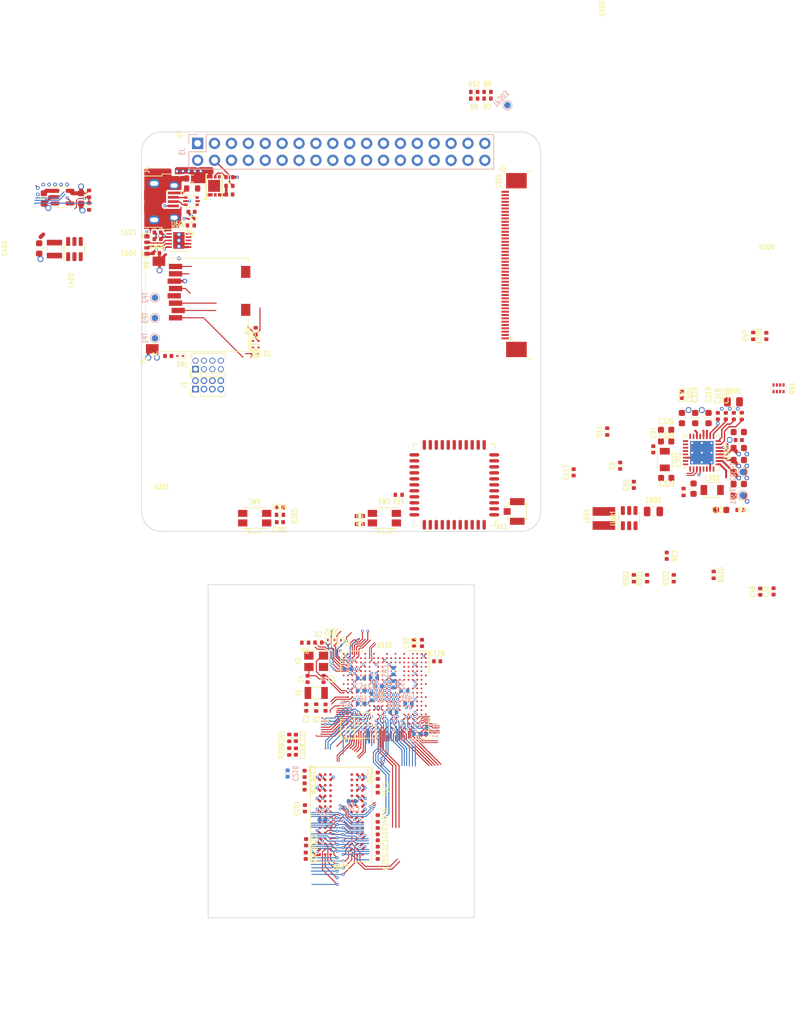
<source format=kicad_pcb>
(kicad_pcb (version 20211014) (generator pcbnew)
  (layers (0 "F.Cu" signal) (1 "In1.Cu" signal) (2 "In2.Cu" signal) (31 "B.Cu" signal) (34 "B.Paste" user) (35 "F.Paste" user) (36 "B.SilkS" user "B.Silkscreen") (37 "F.SilkS" user "F.Silkscreen") (38 "B.Mask" user) (39 "F.Mask" user) (44 "Edge.Cuts" user))
  (net 0 "")
  (net 1 "RGMII-RXCK")
  (net 2 "RGMII-RXCTL")
  (net 3 "RGMII-RX0")
  (net 4 "RGMII-RX1")
  (net 7 "IPS")
  (net 8 "LCD-VSYNC")
  (net 9 "LCD-HSYNC")
  (net 10 "LVDS1_CK-")
  (net 11 "LVDS1_CK+")
  (net 12 "LVDS1_V2-")
  (net 13 "LVDS1_V2+")
  (net 14 "LVDS1_V1-")
  (net 15 "LVDS1_V1+")
  (net 16 "LVDS1_V0-")
  (net 17 "LVDS1_V0+")
  (net 18 "LVDS0_V3-")
  (net 19 "LVDS0_V3+")
  (net 20 "LVDS0_CK-")
  (net 21 "LVDS0_CK+")
  (net 22 "LVDS0_V2-")
  (net 23 "LVDS0_V2+")
  (net 24 "LVDS0_V1-")
  (net 25 "LVDS0_V1+")
  (net 26 "LVDS0_V0-")
  (net 27 "LVDS0_V0+")
  (net 28 "LVDS1_V3-")
  (net 29 "LVDS1_V3+")
  (net 32 "GND")
  (net 37 "/power/vint")
  (net 47 "/cpu/lse-in")
  (net 48 "/cpu/lse-out")
  (net 49 "/cpu/hse-out")
  (net 50 "/cpu/hse-in")
  (net 52 "/cpu/vra2")
  (net 53 "/cpu/vra1")
  (net 54 "PON")
  (net 55 "+3V3")
  (net 56 "+5V_USB")
  (net 57 "SDC0-D2")
  (net 58 "SDC0-D3")
  (net 59 "SDC0-CMD")
  (net 60 "/io/uart0")
  (net 61 "SDC0-D0")
  (net 62 "SDC0-D1")
  (net 63 "USB-ID")
  (net 64 "/io/usb_gnd")
  (net 65 "Net-(FB2-Pad1)")
  (net 66 "RGMII-RX2")
  (net 67 "RGMII-RX3")
  (net 68 "RMII-MDC")
  (net 69 "RGMII-TXCK")
  (net 70 "RGMII-TXCTL")
  (net 71 "RGMII-TX0")
  (net 72 "RGMII-TX1")
  (net 73 "RGMII-TX2")
  (net 74 "RGMII-TX3")
  (net 75 "RMII-MDIO")
  (net 76 "ACIN")
  (net 77 "VBAT")
  (net 78 "BAT_GND")
  (net 79 "BAT_NTC")
  (net 80 "~{RST}")
  (net 84 "UART0-TX")
  (net 85 "UART0-RX")
  (net 86 "GPIO1")
  (net 87 "UART1-TX")
  (net 88 "UART1-RX")
  (net 89 "I2C-SCL")
  (net 90 "I2C-SDA")
  (net 91 "GPIO3")
  (net 92 "GPIO2")
  (net 93 "UART2-TX")
  (net 94 "UART2-RX")
  (net 95 "GPIO4")
  (net 96 "SPI-CLK")
  (net 97 "SPI-CS")
  (net 98 "SPI-MOSI")
  (net 99 "SPI-MISO")
  (net 100 "CAN-TX")
  (net 101 "CAN-RX")
  (net 102 "GPIOA1")
  (net 103 "GPIOA2")
  (net 104 "GPIOA3")
  (net 105 "GPIOA4")
  (net 106 "GPIOA5")
  (net 107 "/io/usb-")
  (net 108 "/io/usb+")
  (net 109 "SDC0-DET")
  (net 110 "SDC0-CLK")
  (net 111 "Net-(R3-Pad1)")
  (net 112 "USB-D+")
  (net 113 "USB-D-")
  (net 114 "Net-(AE1-Pad1)")
  (net 115 "Net-(C8-Pad1)")
  (net 116 "Net-(C10-Pad1)")
  (net 117 "CLK32K-OUT")
  (net 118 "Net-(R10-Pad2)")
  (net 119 "SDC1-CLK")
  (net 120 "Net-(R11-Pad2)")
  (net 131 "SDIO-24M")
  (net 133 "SDC1-D2")
  (net 134 "SDC1-D3")
  (net 135 "SDC1-CMD")
  (net 136 "SDC1-D0")
  (net 137 "SDC1-D1")
  (net 142 "PCM-BCLK")
  (net 143 "PCM-SYNC")
  (net 144 "PCM-DOUT")
  (net 145 "PCM-DIN")
  (net 146 "+3V3_LDO")
  (net 147 "VDD_SYS")
  (net 148 "LDO3")
  (net 149 "+3V0")
  (net 150 "Net-(L302-Pad1)")
  (net 151 "Net-(L303-Pad1)")
  (net 152 "NMI")
  (net 153 "PMU-VBUSEN")
  (net 154 "Net-(C316-Pad1)")
  (net 155 "Net-(C410-Pad1)")
  (net 156 "Net-(C501-Pad1)")
  (net 157 "Net-(L400-Pad1)")
  (net 158 "Net-(R315-Pad1)")
  (net 159 "Net-(R401-Pad2)")
  (net 160 "Net-(R502-Pad1)")
  (net 164 "/cpu/vcc-dram")
  (net 165 "VCC_RTC")
  (net 166 "+1V8_LDO")
  (net 169 "BTN")
  (net 170 "Net-(R305-Pad1)")
  (net 185 "LED_A")
  (net 186 "Net-(L601-Pad2)")
  (net 187 "LED_K")
  (net 189 "Net-(D9-Pad1)")
  (net 190 "Net-(D9-Pad2)")
  (net 191 "Net-(D9-Pad3)")
  (net 258 "Net-(U101-PadN10)")
  (net 259 "/memory/ddr-we")
  (net 260 "/memory/ddr-cs0")
  (net 261 "/memory/ddr-cs1")
  (net 262 "/memory/ddr-cas")
  (net 263 "/memory/ddr-odt0")
  (net 264 "/memory/ddr-d15")
  (net 265 "/memory/ddr-d13")
  (net 266 "/memory/ddr-a13")
  (net 267 "/memory/ddr-d14")
  (net 268 "/memory/ddr-d11")
  (net 269 "/memory/ddr-ras")
  (net 270 "/memory/ddr-odt1")
  (net 271 "/memory/ddr-a15")
  (net 272 "/memory/ddr-d8")
  (net 273 "/memory/ddr-d10")
  (net 274 "/memory/ddr-d12")
  (net 275 "/memory/ddr-d9")
  (net 276 "/memory/ddr-ba0")
  (net 277 "/memory/ddr-a3")
  (net 278 "/memory/ddr-a4")
  (net 279 "/memory/ddr-d6")
  (net 280 "/memory/ddr-d1")
  (net 281 "/memory/ddr-dm1")
  (net 282 "/memory/ddr-dqs1+")
  (net 283 "/memory/ddr-d3")
  (net 284 "/memory/ddr-a5")
  (net 285 "/memory/ddr-dqs0+")
  (net 286 "/memory/ddr-a0")
  (net 287 "/memory/ddr-a2")
  (net 288 "/memory/ddr-cke0")
  (net 289 "/memory/ddr-ba1")
  (net 290 "/memory/ddr-a14")
  (net 291 "/memory/ddr-d4")
  (net 292 "/memory/ddr-d7")
  (net 293 "/memory/ddr-d0")
  (net 294 "/memory/ddr-d2")
  (net 295 "/memory/ddr-a6")
  (net 296 "/memory/ddr-dqs1-")
  (net 297 "/memory/ddr-a10")
  (net 298 "/memory/ddr-dqs0-")
  (net 299 "/memory/ddr-dm0")
  (net 300 "/memory/ddr-cke1")
  (net 301 "/memory/ddr-ba2")
  (net 302 "/memory/ddr-a1")
  (net 303 "/memory/ddr-a8")
  (net 304 "/memory/ddr-rst")
  (net 306 "Net-(R101-Pad2)")
  (net 309 "Net-(R104-Pad2)")
  (net 310 "+1V35")
  (net 315 "/memory/ddr-a11")
  (net 316 "/memory/ddr-a12")
  (net 317 "Net-(U101-PadC18)")
  (net 318 "/memory/ddr-d5")
  (net 319 "/memory/ddr-a7")
  (net 320 "/memory/ddr-a9")
  (net 321 "Net-(U101-PadD10)")
  (net 322 "VCC_SD")
  (net 323 "/memory/svref")
  (net 324 "/memory/ddr-sck-")
  (net 325 "/memory/ddr-sck+")
  (footprint "Button_Switch_SMD:SW_SPST_EVQP7C" (layer "F.Cu") (at 117 118)
    (fp_text reference "SW1")
    (fp_text value "SW_Push")
  )
  (footprint "Resistor_SMD:R_Array_Concave_4x0402" (layer "F.Cu") (at 195.75 98.5 -90)
    (fp_text reference "RN1")
    (fp_text value "47k")
  )
  (footprint "Capacitor_SMD:C_0402_1005Metric" (layer "F.Cu") (at 102.2 78.2)
    (fp_text reference "C604")
    (fp_text value "100nF")
  )
  (footprint "Resistor_SMD:R_0402_1005Metric" (layer "F.Cu") (at 176 127.03 90)
    (fp_text reference "R301")
    (fp_text value "2.2k")
  )
  (footprint "Inductor_SMD:L_TDK_NLV25_2.5x2.0mm" (layer "F.Cu") (at 178.65 109.2 -90)
    (fp_text reference "L302")
    (fp_text value "4.7uH")
  )
  (footprint "Diode_SMD:D_SOD-923" (layer "F.Cu") (at 105.8075 93.65 180)
    (fp_text reference "D4")
    (fp_text value "3V3")
  )
  (footprint "Resistor_SMD:R_0402_1005Metric" (layer "F.Cu") (at 150 54)
    (fp_text reference "R12")
    (fp_text value "47k")
  )
  (footprint "Capacitor_SMD:C_0603_1608Metric" (layer "F.Cu") (at 181.225 102.975 90)
    (fp_text reference "C321")
    (fp_text value "10uF")
  )
  (footprint "Capacitor_SMD:C_0402_1005Metric" (layer "F.Cu") (at 113.2 69.4)
    (fp_text reference "C501")
    (fp_text value "100nF")
  )
  (footprint "Capacitor_SMD:C_0402_1005Metric" (layer "F.Cu") (at 124.725001 166.675 -90)
    (fp_text reference "C206")
    (fp_text value "100nF")
  )
  (footprint "Capacitor_SMD:C_0402_1005Metric" (layer "F.Cu") (at 164.95 111.125 90)
    (fp_text reference "C117")
    (fp_text value "100nF")
  )
  (footprint "Capacitor_SMD:C_0603_1608Metric" (layer "F.Cu") (at 178.85 106.475 180)
    (fp_text reference "C328")
    (fp_text value "10uF")
  )
  (footprint "Capacitor_SMD:C_0402_1005Metric" (layer "F.Cu") (at 193 129.04 90)
    (fp_text reference "C48")
    (fp_text value "100nF")
  )
  (footprint "Connector_PinHeader_1.27mm:PinHeader_2x04_P1.27mm_Vertical" (layer "F.Cu") (at 108.1 98.625 90)
    (fp_text reference "J1")
    (fp_text value "Conn_01x08")
  )
  (footprint "Capacitor_SMD:C_0402_1005Metric" (layer "F.Cu") (at 140.95 136.75 90)
    (fp_text reference "C90")
    (fp_text value "470nF")
  )
  (footprint "Capacitor_SMD:C_0402_1005Metric" (layer "F.Cu") (at 135.500001 165 90)
    (fp_text reference "C103")
    (fp_text value "100nF")
  )
  (footprint "Capacitor_SMD:C_0402_1005Metric" (layer "F.Cu") (at 135.500001 156.675 90)
    (fp_text reference "C200")
    (fp_text value "100nF")
  )
  (footprint "Capacitor_SMD:C_0603_1608Metric" (layer "F.Cu") (at 182.975 113.575 -90)
    (fp_text reference "C305")
    (fp_text value "10uF")
  )
  (footprint "winbond:BGA-96_9x14mm_P0.8mm" (layer "F.Cu") (at 130 162.5)
    (fp_text reference "U200")
    (fp_text value "DDR3L-x16")
  )
  (footprint "Capacitor_SMD:C_0603_1608Metric" (layer "F.Cu") (at 189.775 112.875)
    (fp_text reference "C309")
    (fp_text value "4.7uF")
  )
  (footprint "Resistor_SMD:R_0402_1005Metric" (layer "F.Cu") (at 124.6 136.7 180)
    (fp_text reference "R5")
    (fp_text value "10k")
  )
  (footprint "Diode_SMD:D_SOD-923" (layer "F.Cu") (at 107.5 73.1 180)
    (fp_text reference "D8")
    (fp_text value "5V")
  )
  (footprint "Diode_SMD:D_SOD-923" (layer "F.Cu") (at 117.1675 92.375)
    (fp_text reference "D2")
    (fp_text value "3V3")
  )
  (footprint "Package_TO_SOT_SMD:SOT-23-6" (layer "F.Cu") (at 89.9 77.6 90)
    (fp_text reference "U400")
    (fp_text value "MCP1640CH")
  )
  (footprint "Package_DFN_QFN:DFN-10-1EP_3x3mm_P0.5mm_EP1.7x2.5mm" (layer "F.Cu") (at 105.6 76.3)
    (fp_text reference "U602")
    (fp_text value "IS31FL3193")
  )
  (footprint "Capacitor_SMD:C_0402_1005Metric" (layer "F.Cu") (at 193.92 90.649999 90)
    (fp_text reference "C100")
    (fp_text value "100nF")
  )
  (footprint "Inductor_SMD:L_Wuerth_MAPI-2510" (layer "F.Cu") (at 86.9 77.6 90)
    (fp_text reference "L400")
    (fp_text value "L_Small")
  )
  (footprint "Capacitor_SMD:C_0402_1005Metric" (layer "F.Cu") (at 195 129 90)
    (fp_text reference "C30")
    (fp_text value "100nF")
  )
  (footprint "Capacitor_SMD:C_0402_1005Metric" (layer "F.Cu") (at 124.675001 168.7 -90)
    (fp_text reference "C205")
    (fp_text value "100nF")
  )
  (footprint "Resistor_SMD:R_0402_1005Metric" (layer "F.Cu") (at 120.8 116.4)
    (fp_text reference "R305")
    (fp_text value "1k")
  )
  (footprint "Resistor_SMD:R_0402_1005Metric" (layer "F.Cu") (at 122.2 153.05 90)
    (fp_text reference "R200")
    (fp_text value "2.2k")
  )
  (footprint "Capacitor_SMD:C_0402_1005Metric" (layer "F.Cu") (at 181.225 99.4875 -90)
    (fp_text reference "C601")
    (fp_text value "1uF")
  )
  (footprint "Resistor_SMD:R_0402_1005Metric" (layer "F.Cu") (at 170 105 90)
    (fp_text reference "R11")
    (fp_text value "22")
  )
  (footprint "Capacitor_SMD:C_0603_1608Metric" (layer "F.Cu") (at 187.125 116.775 180)
    (fp_text reference "C9")
    (fp_text value "4.7uF")
  )
  (footprint "Capacitor_SMD:C_0402_1005Metric" (layer "F.Cu") (at 135.500001 158.73 -90)
    (fp_text reference "C201")
    (fp_text value "100nF")
  )
  (footprint "Capacitor_SMD:C_0402_1005Metric" (layer "F.Cu") (at 189.775 106.275)
    (fp_text reference "C3131")
    (fp_text value "100nF")
  )
  (footprint "Resistor_SMD:R_0402_1005Metric" (layer "F.Cu") (at 186 126.52 -90)
    (fp_text reference "R410")
    (fp_text value "100K")
  )
  (footprint "Capacitor_SMD:C_0603_1608Metric" (layer "F.Cu") (at 189.775 107.475)
    (fp_text reference "C312")
    (fp_text value "4.7uF")
  )
  (footprint "Capacitor_SMD:C_0402_1005Metric" (layer "F.Cu") (at 124.500001 156.4 -90)
    (fp_text reference "C209")
    (fp_text value "100nF")
  )
  (footprint "Button_Switch_SMD:SW_SPST_EVQP7C" (layer "F.Cu") (at 136.5 118)
    (fp_text reference "SW2")
    (fp_text value "SW_Push")
  )
  (footprint "Capacitor_SMD:C_0603_1608Metric" (layer "F.Cu") (at 178.875 111.975 180)
    (fp_text reference "C329")
    (fp_text value "10uF")
  )
  (footprint "Resistor_SMD:R_0402_1005Metric" (layer "F.Cu") (at 92.1 69.3 -90)
    (fp_text reference "R401")
    (fp_text value "976k")
  )
  (footprint "allwinner:BGA-337_20x20_13.0x13.0mm" (layer "F.Cu") (at 136.55 144.55)
    (fp_text reference "U101")
    (fp_text value "D1")
  )
  (footprint "Capacitor_SMD:C_0603_1608Metric" (layer "F.Cu") (at 84.6 77.5 -90)
    (fp_text reference "C400")
    (fp_text value "10uF")
  )
  (footprint "Diode_SMD:D_SOD-923" (layer "F.Cu") (at 117.1675 91.4)
    (fp_text reference "D3")
    (fp_text value "3V3")
  )
  (footprint "Capacitor_SMD:C_0603_1608Metric" (layer "F.Cu") (at 178.85 104.75 180)
    (fp_text reference "C326")
    (fp_text value "10uF")
  )
  (footprint "Capacitor_SMD:C_0402_1005Metric" (layer "F.Cu") (at 127.350001 142.15 -90)
    (fp_text reference "C3")
    (fp_text value "22pF")
  )
  (footprint "Capacitor_SMD:C_0402_1005Metric" (layer "F.Cu") (at 142.15 136.75 90)
    (fp_text reference "C92")
    (fp_text value "470nF")
  )
  (footprint "Capacitor_SMD:C_0402_1005Metric" (layer "F.Cu") (at 144.425 139.5)
    (fp_text reference "C128")
    (fp_text value "100nF")
  )
  (footprint "Diode_SMD:D_SOD-923" (layer "F.Cu") (at 116.975 93.3 180)
    (fp_text reference "D1")
    (fp_text value "3V3")
  )
  (footprint "Resistor_SMD:R_0402_1005Metric" (layer "F.Cu") (at 113.2 68.1 180)
    (fp_text reference "R501")
    (fp_text value "330")
  )
  (footprint "Capacitor_SMD:C_0402_1005Metric" (layer "F.Cu") (at 178.95 123.645 -90)
    (fp_text reference "C26")
    (fp_text value "100nF")
  )
  (footprint "Connector_Coaxial:U.FL_Hirose_U.FL-R-SMT-1_Vertical" (layer "F.Cu") (at 156 117)
    (fp_text reference "AE1")
    (fp_text value "Antenna_Shield")
  )
  (footprint "MountingHole:MountingHole_2.7mm_M2.5" (layer "F.Cu") (at 103 117)
    (fp_text reference "H201")
    (fp_text value "MountingHole")
  )
  (footprint "Capacitor_SMD:C_0603_1608Metric" (layer "F.Cu") (at 85.3 70 -90)
    (fp_text reference "C411")
    (fp_text value "10uF")
  )
  (footprint "MountingHole:MountingHole_2.7mm_M2.5" (layer "F.Cu") (at 103 63 -45)
    (fp_text reference "H1")
    (fp_text value "MountingHole")
  )
  (footprint "Connector_USB:USB_Micro-B_Amphenol_10103594-0001LF_Horizontal" (layer "F.Cu") (at 103 70.5 -90)
    (fp_text reference "J4")
    (fp_text value "USB_B_Micro")
  )
  (footprint "Crystal:Crystal_SMD_3215-2Pin_3.2x1.5mm" (layer "F.Cu") (at 126.250001 144.25)
    (fp_text reference "Y1")
    (fp_text value "32.768kHz")
  )
  (footprint "MountingHole:MountingHole_2.7mm_M2.5" (layer "F.Cu") (at 103 97 45)
    (fp_text reference "H4")
    (fp_text value "MountingHole")
  )
  (footprint "Capacitor_SMD:C_0402_1005Metric" (layer "F.Cu") (at 124.500001 158.300001 -90)
    (fp_text reference "C208")
    (fp_text value "100nF")
  )
  (footprint "Resistor_SMD:R_0402_1005Metric" (layer "F.Cu") (at 138.65 114.5)
    (fp_text reference "R10")
    (fp_text value "22")
  )
  (footprint "Resistor_SMD:R_0402_1005Metric" (layer "F.Cu") (at 191.94 90.629999 90)
    (fp_text reference "R47")
    (fp_text value "240")
  )
  (footprint "Crystal:Crystal_SMD_3225-4Pin_3.2x2.5mm" (layer "F.Cu") (at 126.25 139.5 180)
    (fp_text reference "Y2")
    (fp_text value "24M")
  )
  (footprint "Capacitor_SMD:C_0402_1005Metric" (layer "F.Cu") (at 186.625 102.675 90)
    (fp_text reference "C318")
    (fp_text value "1uF")
  )
  (footprint "Capacitor_SMD:C_0603_1608Metric" (layer "F.Cu") (at 189.775 111.075)
    (fp_text reference "C310")
    (fp_text value "4.7uF")
  )
  (footprint "Resistor_SMD:R_0402_1005Metric" (layer "F.Cu") (at 174 127.03 90)
    (fp_text reference "R302")
    (fp_text value "10k")
  )
  (footprint "Resistor_SMD:R_0402_1005Metric" (layer "F.Cu") (at 135.500001 163.1 90)
    (fp_text reference "R104")
    (fp_text value "240")
  )
  (footprint "Resistor_SMD:R_0402_1005Metric" (layer "F.Cu") (at 126.250001 146.45 -90)
    (fp_text reference "R1")
    (fp_text value "10M")
  )
  (footprint "Capacitor_SMD:C_0603_1608Metric" (layer "F.Cu") (at 185.225 102.975 90)
    (fp_text reference "C319")
    (fp_text value "10uF")
  )
  (footprint "Capacitor_SMD:C_0402_1005Metric" (layer "F.Cu") (at 187.825 102.675 90)
    (fp_text reference "C317")
    (fp_text value "1uF")
  )
  (footprint "Resistor_SMD:R_0402_1005Metric" (layer "F.Cu") (at 180 127.03 90)
    (fp_text reference "R332")
    (fp_text value "10K")
  )
  (footprint "Capacitor_SMD:C_0805_2012Metric" (layer "F.Cu") (at 176.95 117)
    (fp_text reference "C602")
    (fp_text value "C_Small")
  )
  (footprint "Capacitor_SMD:C_0402_1005Metric" (layer "F.Cu") (at 127.650001 146.449999 -90)
    (fp_text reference "C1")
    (fp_text value "15pF")
  )
  (footprint "Capacitor_SMD:C_0402_1005Metric" (layer "F.Cu") (at 189.025 102.675 90)
    (fp_text reference "C316")
    (fp_text value "1uF")
  )
  (footprint "Inductor_SMD:L_Wuerth_MAPI-3010" (layer "F.Cu") (at 169.5 118.05 -90)
    (fp_text reference "L601")
    (fp_text value "22uH")
  )
  (footprint "Capacitor_SMD:C_0402_1005Metric" (layer "F.Cu") (at 102.4 76.1 180)
    (fp_text reference "C605")
    (fp_text value "1uF")
  )
  (footprint "Resistor_SMD:R_0402_1005Metric" (layer "F.Cu") (at 107.4 74.05 180)
    (fp_text reference "R6")
    (fp_text value "10k")
  )
  (footprint "Capacitor_SMD:C_0603_1608Metric" (layer "F.Cu") (at 90.9 70 -90)
    (fp_text reference "C410")
    (fp_text value "10uF")
  )
  (footprint "Capacitor_SMD:C_0603_1608Metric" (layer "F.Cu") (at 189.775 105.075)
    (fp_text reference "C313")
    (fp_text value "4.7uF")
  )
  (footprint "Capacitor_SMD:C_0402_1005Metric" (layer "F.Cu") (at 107.5 72 180)
    (fp_text reference "C7")
    (fp_text value "100nF")
  )
  (footprint "Resistor_SMD:R_0402_1005Metric" (layer "F.Cu") (at 117.15 89.925 90)
    (fp_text reference "R4")
    (fp_text value "10k")
  )
  (footprint "Package_DFN_QFN:VQFN-32-1EP_5x5mm_P0.5mm_EP3.5x3.5mm_ThermalVias" (layer "F.Cu") (at 184.225 108.175 90)
    (fp_text reference "U300")
    (fp_text value "AXP173")
  )
  (footprint "Resistor_SMD:R_0402_1005Metric" (layer "F.Cu") (at 126.575 136.675)
    (fp_text reference "R2")
    (fp_text value "33")
  )
  (footprint "Resistor_SMD:R_0402_1005Metric" (layer "F.Cu") (at 92.1 71.2 -90)
    (fp_text reference "R402")
    (fp_text value "562k")
  )
  (footprint "MountingHole:MountingHole_2.7mm_M2.5" (layer "F.Cu") (at 194 81)
    (fp_text reference "H200")
    (fp_text value "MountingHole")
  )
  (footprint "Package_TO_SOT_SMD:SOT-23-5" (layer "F.Cu") (at 88.1 69.8)
    (fp_text reference "U410")
    (fp_text value "AP22811")
  )
  (footprint "diodes:DFN-2030-6" (layer "F.Cu") (at 110.9 68.1 90)
    (fp_text reference "U500")
    (fp_text value "AP9211")
  )
  (footprint "Capacitor_SMD:C_0402_1005Metric" (layer "F.Cu") (at 124.750001 146.45 -90)
    (fp_text reference "C2")
    (fp_text value "15pF")
  )
  (footprint "Resistor_SMD:R_0402_1005Metric" (layer "F.Cu") (at 113.2 66.8)
    (fp_text reference "R502")
    (fp_text value "2.7k")
  )
  (footprint "Resistor_SMD:R_0402_1005Metric" (layer "F.Cu") (at 122.2 151 90)
    (fp_text reference "R201")
    (fp_text value "2.2k")
  )
  (footprint "Resistor_SMD:R_0603_1608Metric" (layer "F.Cu") (at 107.6 68.5)
    (fp_text reference "FB2")
    (fp_text value "FerriteBead_Small")
  )
  (footprint "Capacitor_SMD:C_0402_1005Metric" (layer "F.Cu") (at 124.550001 161.575 90)
    (fp_text reference "C101")
    (fp_text value "100nF")
  )
  (footprint "Resistor_SMD:R_0402_1005Metric" (layer "F.Cu") (at 120.8 117.5)
    (fp_text reference "R304")
    (fp_text value "47k")
  )
  (footprint "Capacitor_SMD:C_0402_1005Metric" (layer "F.Cu") (at 135.500001 168.7 -90)
    (fp_text reference "C203")
    (fp_text value "100nF")
  )
  (footprint "Diode_SMD:D_SOD-923" (layer "F.Cu") (at 129.95 136.75 -90)
    (fp_text reference "D7")
    (fp_text value "3V3")
  )
  (footprint "Resistor_SMD:R_0402_1005Metric" (layer "F.Cu") (at 181.475 114.075 90)
    (fp_text reference "R303")
    (fp_text value "10k")
  )
  (footprint "Capacitor_SMD:C_0402_1005Metric" (layer "F.Cu") (at 102.4 75.1 180)
    (fp_text reference "C603")
    (fp_text value "1uF")
  )
  (footprint "Capacitor_SMD:C_0402_1005Metric" (layer "F.Cu") (at 104 93.65 180)
    (fp_text reference "C6")
    (fp_text value "10uF")
  )
  (footprint "Package_TO_SOT_SMD:SOT-666" (layer "F.Cu") (at 107.5 70.4)
    (fp_text reference "U1")
    (fp_text value "USBLC6-2P6")
  )
  (footprint "Capacitor_SMD:C_0402_1005Metric" (layer "F.Cu") (at 171.95 110.125 90)
    (fp_text reference "C8")
    (fp_text value "100nF")
  )
  (footprint "Capacitor_SMD:C_0402_1005Metric" (layer "F.Cu") (at 123.2 151 90)
    (fp_text reference "C212")
    (fp_text value "100nF")
  )
  (footprint "led:rgb-1204" (layer "F.Cu") (at 100.3 77 90)
    (fp_text reference "D9")
    (fp_text value "LED_RGBA")
  )
  (footprint "Diode_SMD:D_SOD-923" (layer "F.Cu") (at 129 136.725 -90)
    (fp_text reference "D6")
    (fp_text value "3V3")
  )
  (footprint "Inductor_SMD:L_TDK_NLV25_2.5x2.0mm" (layer "F.Cu") (at 185.775 113.775)
    (fp_text reference "L303")
    (fp_text value "4.7uH")
  )
  (footprint "Resistor_SMD:R_0805_2012Metric" (layer "F.Cu") (at 188.974999 100.5375)
    (fp_text reference "R601")
    (fp_text value "10")
  )
  (footprint "Diode_SMD:D_SOD-923" (layer "F.Cu") (at 128 136.7175 -90)
    (fp_text reference "D5")
    (fp_text value "3V3")
  )
  (footprint "Capacitor_SMD:C_0402_1005Metric" (layer "F.Cu") (at 132.8 118.9)
    (fp_text reference "C5")
    (fp_text value "100nF")
  )
  (footprint "sdio:lga44_12x12mm_P0.9" (layer "F.Cu") (at 147 113 180)
    (fp_text reference "U100")
    (fp_text value "AP6255")
  )
  (footprint "Resistor_SMD:R_0402_1005Metric" (layer "F.Cu") (at 152 55)
    (fp_text reference "R7")
    (fp_text value "47k")
  )
  (footprint "Resistor_SMD:R_0402_1005Metric" (layer "F.Cu") (at 150 55)
    (fp_text reference "R8")
    (fp_text value "47k")
  )
  (footprint "Capacitor_SMD:C_0402_1005Metric" (layer "F.Cu") (at 120.8 118.6 180)
    (fp_text reference "C301")
    (fp_text value "100nF")
  )
  (footprint "Capacitor_SMD:C_0603_1608Metric" (layer "F.Cu") (at 189.775 114.65)
    (fp_text reference "C308")
    (fp_text value "10uF")
  )
  (footprint "Capacitor_SMD:C_0402_1005Metric" (layer "F.Cu") (at 135.500001 166.85 -90)
    (fp_text reference "C207")
    (fp_text value "100nF")
  )
  (footprint "Capacitor_SMD:C_0603_1608Metric" (layer "F.Cu") (at 189.775 109.275)
    (fp_text reference "C311")
    (fp_text value "10uF")
  )
  (footprint "Capacitor_SMD:C_0402_1005Metric" (layer "F.Cu") (at 123.2 153.05 90)
    (fp_text reference "C211")
    (fp_text value "100nF")
  )
  (footprint "Capacitor_SMD:C_0603_1608Metric" (layer "F.Cu") (at 183.225 102.975 90)
    (fp_text reference "C320")
    (fp_text value "10uF")
  )
  (footprint "Resistor_SMD:R_0402_1005Metric" (layer "F.Cu") (at 190.225 102.675 90)
    (fp_text reference "R315")
    (fp_text value "200K")
  )
  (footprint "Resistor_SMD:R_0603_1608Metric" (layer "F.Cu") (at 107.6 67)
    (fp_text reference "FB1")
    (fp_text value "FerriteBead_Small")
  )
  (footprint "Capacitor_SMD:C_0402_1005Metric" (layer "F.Cu") (at 190.025 116.775)
    (fp_text reference "C10")
    (fp_text value "100nF")
  )
  (footprint "Connector_PinHeader_1.27mm:PinHeader_2x04_P1.27mm_Vertical" (layer "F.Cu") (at 108.1 95.625 90)
    (fp_text reference "J2")
    (fp_text value "Conn_01x08")
  )
  (footprint "Capacitor_SMD:C_0402_1005Metric" (layer "F.Cu") (at 174 113 90)
    (fp_text reference "C65")
    (fp_text value "100nF")
  )
  (footprint "Capacitor_SMD:C_0402_1005Metric" (layer "F.Cu") (at 176.925 107.675 90)
    (fp_text reference "C97")
    (fp_text value "100nF")
  )
  (footprint "Resistor_SMD:R_0402_1005Metric" (layer "F.Cu") (at 132.8 117.7 180)
    (fp_text reference "R3")
    (fp_text value "1k")
  )
  (footprint "Capacitor_SMD:C_0402_1005Metric" (layer "F.Cu") (at 124.950001 142.15 -90)
    (fp_text reference "C4")
    (fp_text value "22pF")
  )
  (footprint "gct:MEM20610118800A" (layer "F.Cu") (at 105.1 80.215 -90)
    (fp_text reference "J5")
    (fp_text value "Micro_SD_Card_Det" hide)
  )
  (footprint "Connector_FFC-FPC:TE_4-1734839-5_1x45-1MP_P0.5mm_Horizontal" (layer "F.Cu") (at 156 80 90)
    (fp_text reference "J301")
    (fp_text value "Conn_2Rows-45Pins_MountingPin")
  )
  (footprint "Package_TO_SOT_SMD:SOT-23-6" (layer "F.Cu") (at 173.300001 118 90)
    (fp_text reference "U601")
    (fp_text value "AP3019")
  )
  (footprint "Resistor_SMD:R_0402_1005Metric" (layer "F.Cu") (at 152 54)
    (fp_text reference "R9")
    (fp_text value "47k")
  )
  (footprint "MountingHole:MountingHole_2.7mm_M2.5" (layer "F.Cu") (at 157 63 135)
    (fp_text reference "H3")
    (fp_text value "MountingHole")
  )
  (footprint "Capacitor_SMD:C_0402_1005Metric" (layer "B.Cu") (at 134.925 141.95)
    (fp_text reference "C81")
    (fp_text value "100nF")
  )
  (footprint "TestPoint:TestPoint_Pad_D1.0mm" (layer "B.Cu") (at 102 91 -90)
    (fp_text reference "TP1")
    (fp_text value "TestPoint")
  )
  (footprint "Capacitor_SMD:C_0402_1005Metric" (layer "B.Cu") (at 134.6 144.875 90)
    (fp_text reference "C50")
    (fp_text value "100nF")
  )
  (footprint "TestPoint:TestPoint_Pad_D1.0mm" (layer "B.Cu") (at 102 84.900001 -90)
    (fp_text reference "TP2")
    (fp_text value "TestPoint")
  )
  (footprint "Resistor_SMD:R_0402_1005Metric" (layer "B.Cu") (at 142.95 149.875 90)
    (fp_text reference "R101")
    (fp_text value "240")
  )
  (footprint "Capacitor_SMD:C_0402_1005Metric" (layer "B.Cu") (at 127.200001 163.3 180)
    (fp_text reference "C204")
    (fp_text value "100nF")
  )
  (footprint "TestPoint:TestPoint_Pad_D1.0mm" (layer "B.Cu") (at 190.375 111.075 -90)
    (fp_text reference "TP302")
    (fp_text value "TestPoint")
  )
  (footprint "Capacitor_SMD:C_0402_1005Metric" (layer "B.Cu") (at 140.125 145.85 180)
    (fp_text reference "C20")
    (fp_text value "100nF")
  )
  (footprint "TestPoint:TestPoint_Pad_D1.0mm" (layer "B.Cu") (at 190.375 114.575 -90)
    (fp_text reference "TP301")
    (fp_text value "TestPoint")
  )
  (footprint "Capacitor_SMD:C_0402_1005Metric" (layer "B.Cu") (at 137.85 147.15 180)
    (fp_text reference "C28")
    (fp_text value "100nF")
  )
  (footprint "TestPoint:TestPoint_Pad_D1.0mm" (layer "B.Cu") (at 102 87.95 -90)
    (fp_text reference "TP3")
    (fp_text value "TestPoint")
  )
  (footprint "Capacitor_SMD:C_0402_1005Metric" (layer "B.Cu") (at 137.85 140.975 -90)
    (fp_text reference "C83")
    (fp_text value "100nF")
  )
  (footprint "Capacitor_SMD:C_0402_1005Metric" (layer "B.Cu") (at 121.950001 156.35 90)
    (fp_text reference "C210")
    (fp_text value "100nF")
  )
  (footprint "Capacitor_SMD:C_0402_1005Metric" (layer "B.Cu") (at 131.600001 160.5)
    (fp_text reference "C202")
    (fp_text value "100nF")
  )
  (footprint "Capacitor_SMD:C_0402_1005Metric" (layer "B.Cu") (at 132.975 143.9)
    (fp_text reference "C89")
    (fp_text value "100nF")
  )
  (footprint "Capacitor_SMD:C_0402_1005Metric" (layer "B.Cu") (at 132.975 145.85 180)
    (fp_text reference "C66")
    (fp_text value "100nF")
  )
  (footprint "Capacitor_SMD:C_0402_1005Metric" (layer "B.Cu") (at 131 140.65 180)
    (fp_text reference "C29")
    (fp_text value "100nF")
  )
  (footprint "Capacitor_SMD:C_0402_1005Metric" (layer "B.Cu") (at 141.425 150.4)
    (fp_text reference "C102")
    (fp_text value "100nF")
  )
  (footprint "Capacitor_SMD:C_0402_1005Metric" (layer "B.Cu") (at 137.85 142.95 90)
    (fp_text reference "C51")
    (fp_text value "100nF")
  )
  (footprint "TestPoint:TestPoint_Pad_D1.0mm" (layer "B.Cu") (at 155 56 -135)
    (fp_text reference "TP303")
    (fp_text value "TestPoint")
  )
  (footprint "Capacitor_SMD:C_0402_1005Metric" (layer "B.Cu") (at 139.5 143.900001)
    (fp_text reference "C116")
    (fp_text value "100nF")
  )
  (footprint "Capacitor_SMD:C_0402_1005Metric" (layer "B.Cu") (at 135.6 143.25)
    (fp_text reference "C46")
    (fp_text value "100nF")
  )
  (footprint "Capacitor_SMD:C_0402_1005Metric" (layer "B.Cu") (at 132.975 142.05)
    (fp_text reference "C34")
    (fp_text value "100nF")
  )
  (footprint "Connector_PinHeader_2.54mm:PinHeader_2x18_P2.54mm_Vertical" (layer "B.Cu") (at 108.425 61.725 -90)
    (fp_text reference "J3")
    (fp_text value "Conn_02x18_Odd_Even")
  )
  (gr_line (start 132 149.75) (end 132 151.05) (layer "F.SilkS") (width 0.127))
  (gr_line (start 134.6 149.1) (end 134.6 147.15) (layer "F.SilkS") (width 0.127))
  (gr_line (start 132 149.1) (end 132 149.775) (layer "F.SilkS") (width 0.127))
  (gr_line (start 135.25 151.05) (end 135.25 149.1) (layer "F.SilkS") (width 0.127))
  (gr_line (start 134.6 147.15) (end 133.3 147.150001) (layer "F.SilkS") (width 0.127))
  (gr_line (start 132 147.8) (end 132 149.1) (layer "F.SilkS") (width 0.127))
  (gr_line (start 133.3 147.150001) (end 133.3 147.8) (layer "F.SilkS") (width 0.127))
  (gr_line (start 130.7 151.05) (end 130.7 149.75) (layer "F.SilkS") (width 0.127))
  (gr_line (start 132 149.1) (end 135.25 149.1) (layer "F.SilkS") (width 0.127))
  (gr_line (start 132 151.05) (end 130.7 151.05) (layer "F.SilkS") (width 0.127))
  (gr_line (start 130.725 149.75) (end 132 149.75) (layer "F.SilkS") (width 0.127))
  (gr_line (start 133.3 147.8) (end 132 147.8) (layer "F.SilkS") (width 0.127))
  (gr_line (start 132 151.05) (end 135.25 151.05) (layer "F.SilkS") (width 0.127))
  (gr_arc (start 157 60) (mid 159.12132 60.87868) (end 160 63) (layer "Edge.Cuts") (width 0.1))
  (gr_line (start 160 117) (end 160 63) (layer "Edge.Cuts") (width 0.1))
  (gr_line (start 100 63) (end 100 117) (layer "Edge.Cuts") (width 0.1))
  (gr_arc (start 160 117) (mid 159.12132 119.12132) (end 157 120) (layer "Edge.Cuts") (width 0.1))
  (gr_arc (start 100 63) (mid 100.87868 60.87868) (end 103 60) (layer "Edge.Cuts") (width 0.1))
  (gr_arc (start 103 120) (mid 100.87868 119.12132) (end 100 117) (layer "Edge.Cuts") (width 0.1))
  (gr_rect (start 110 128) (end 150 178) (layer "Edge.Cuts") (width 0.1) (fill none))
  (gr_line (start 157 60) (end 103 60) (layer "Edge.Cuts") (width 0.1))
  (gr_line (start 103 120) (end 157 120) (layer "Edge.Cuts") (width 0.1))
  (segment (start 127.600001 163.7) (end 127.200001 163.299999) (width 0.3) (layer "F.Cu") (net 0))
  (via (at 127.200001 163.299999) (size 0.45) (drill 0.2) (layers "F.Cu" "B.Cu") (net 0))
  (segment (start 129.307073 147.15) (end 129.302155 147.145082) (width 0.154) (layer "F.Cu") (net 1))
  (segment (start 130.85 147.475) (end 130.525 147.15) (width 0.154) (layer "F.Cu") (net 1))
  (segment (start 130.525 147.15) (end 129.307073 147.15) (width 0.154) (layer "F.Cu") (net 1))
  (segment (start 131.025 147.475) (end 130.85 147.475) (width 0.154) (layer "F.Cu") (net 1))
  (segment (start 126.35 150.75) (end 126.225 150.625) (width 0.127) (layer "F.Cu") (net 2))
  (segment (start 130.35 149.425001) (end 129.025 150.750001) (width 0.154) (layer "F.Cu") (net 2))
  (segment (start 129.025 150.750001) (end 126.35 150.75) (width 0.127) (layer "F.Cu") (net 2))
  (segment (start 130.375 149.425) (end 130.35 149.425001) (width 0.154) (layer "F.Cu") (net 2))
  (segment (start 128.65 150.1) (end 127.025 150.100001) (width 0.154) (layer "F.Cu") (net 3))
  (segment (start 130.375 148.775) (end 129.975 148.775) (width 0.154) (layer "F.Cu") (net 3))
  (segment (start 129.975 148.775) (end 128.65 150.1) (width 0.154) (layer "F.Cu") (net 3))
  (segment (start 130.703303 149.096697) (end 130.153303 149.096697) (width 0.154) (layer "F.Cu") (net 4))
  (segment (start 128.799999 150.45) (end 126.925 150.45) (width 0.154) (layer "F.Cu") (net 4))
  (segment (start 131.025 148.775) (end 130.703303 149.096697) (width 0.154) (layer "F.Cu") (net 4))
  (segment (start 130.153303 149.096697) (end 128.799999 150.45) (width 0.154) (layer "F.Cu") (net 4))
  (segment (start 186.675 107.925) (end 187.725 107.925) (width 0.3) (layer "F.Cu") (net 7))
  (segment (start 188.075 107.575) (end 188.075 106.875) (width 0.3) (layer "F.Cu") (net 7))
  (segment (start 188.075 109.275) (end 189 109.275) (width 0.3) (layer "F.Cu") (net 7))
  (segment (start 187.725 108.925) (end 188.075 109.275) (width 0.3) (layer "F.Cu") (net 7))
  (segment (start 186.675 108.925) (end 187.725 108.925) (width 0.3) (layer "F.Cu") (net 7))
  (segment (start 85.2 75.4) (end 84.8 75.8) (width 0.6) (layer "F.Cu") (net 7))
  (segment (start 189 109.275) (end 189 109.4) (width 0.6) (layer "F.Cu") (net 7))
  (segment (start 189 109.4) (end 189.775 110.175) (width 0.6) (layer "F.Cu") (net 7))
  (segment (start 187.725 107.925) (end 188.075 107.575) (width 0.3) (layer "F.Cu") (net 7))
  (via (at 189.775 110.175) (size 0.7) (drill 0.4) (layers "F.Cu" "B.Cu") (net 7))
  (via (at 188.4 106.25) (size 0.9) (drill 0.6) (layers "F.Cu" "B.Cu") (net 7))
  (segment (start 141.425 149.425) (end 141.75 149.1) (width 0.154) (layer "F.Cu") (net 8))
  (via (at 141.75 149.1) (size 0.4) (drill 0.2) (layers "F.Cu" "B.Cu") (net 8))
  (segment (start 141.425 150.075) (end 141.75 150.4) (width 0.127) (layer "F.Cu") (net 9))
  (segment (start 142.25 151.425) (end 144.5 151.425) (width 0.127) (layer "F.Cu") (net 9))
  (segment (start 141.75 150.925) (end 142.25 151.425) (width 0.127) (layer "F.Cu") (net 9))
  (segment (start 141.75 150.4) (end 141.75 150.925) (width 0.127) (layer "F.Cu") (net 9))
  (segment (start 140.125 146.175) (end 140.125 146.2) (width 0.2) (layer "F.Cu") (net 12))
  (segment (start 140.125 146.175) (end 139.8 146.5) (width 0.2) (layer "F.Cu") (net 12))
  (via (at 139.8 146.5) (size 0.4) (drill 0.2) (layers "F.Cu" "B.Cu") (net 12))
  (segment (start 140.775 146.175) (end 140.45 146.5) (width 0.2) (layer "F.Cu") (net 13))
  (via (at 140.45 146.5) (size 0.4) (drill 0.2) (layers "F.Cu" "B.Cu") (net 13))
  (segment (start 140.775 147.475) (end 141.1 147.8) (width 0.154) (layer "F.Cu") (net 16))
  (via (at 141.1 147.8) (size 0.4) (drill 0.2) (layers "F.Cu" "B.Cu") (net 16))
  (segment (start 140.775 148.125) (end 141.099999 148.45) (width 0.154) (layer "F.Cu") (net 17))
  (via (at 141.099999 148.45) (size 0.4) (drill 0.2) (layers "F.Cu" "B.Cu") (net 17))
  (segment (start 143.299611 147.774611) (end 143.3 147.775) (width 0.127) (layer "F.Cu") (net 20))
  (segment (start 141.425 148.125) (end 141.775389 147.774611) (width 0.127) (layer "F.Cu") (net 20))
  (segment (start 141.775389 147.774611) (end 143.299611 147.774611) (width 0.127) (layer "F.Cu") (net 20))
  (segment (start 142.197269 148.002731) (end 143.275 148.002731) (width 0.127) (layer "F.Cu") (net 21))
  (segment (start 142.075 148.125) (end 142.197269 148.002731) (width 0.127) (layer "F.Cu") (net 21))
  (segment (start 141.975 148.425) (end 142.3 148.425) (width 0.127) (layer "F.Cu") (net 22))
  (segment (start 141.625 148.775) (end 141.975 148.425) (width 0.127) (layer "F.Cu") (net 22))
  (segment (start 142.47812 148.24688) (end 143.3 148.24688) (width 0.127) (layer "F.Cu") (net 22))
  (segment (start 141.425 148.775) (end 141.625 148.775) (width 0.127) (layer "F.Cu") (net 22))
  (segment (start 142.3 148.425) (end 142.47812 148.24688) (width 0.127) (layer "F.Cu") (net 22))
  (segment (start 142.075 148.775) (end 142.275 148.775) (width 0.127) (layer "F.Cu") (net 23))
  (segment (start 142.275 148.775) (end 142.575 148.475) (width 0.127) (layer "F.Cu") (net 23))
  (segment (start 142.575 148.475) (end 143.3 148.475) (width 0.127) (layer "F.Cu") (net 23))
  (segment (start 143.570423 148.869603) (end 143.88382 149.183) (width 0.154) (layer "F.Cu") (net 24))
  (segment (start 142.742 148.758) (end 143.193794 148.758) (width 0.154) (layer "F.Cu") (net 24))
  (segment (start 143.88382 149.183) (end 144.725 149.183) (width 0.154) (layer "F.Cu") (net 24))
  (segment (start 143.193794 148.758) (end 143.305397 148.869603) (width 0.154) (layer "F.Cu") (net 24))
  (segment (start 143.305397 148.869603) (end 143.570423 148.869603) (width 0.154) (layer "F.Cu") (net 24))
  (segment (start 143.87541 149.17459) (end 143.88382 149.183) (width 0.154) (layer "F.Cu") (net 24))
  (segment (start 142.725 148.775) (end 142.742 148.758) (width 0.154) (layer "F.Cu") (net 24))
  (segment (start 143.52418 149.225) (end 143.76618 149.467) (width 0.154) (layer "F.Cu") (net 25))
  (segment (start 143.175 149.1) (end 143.3 149.225) (width 0.154) (layer "F.Cu") (net 25))
  (segment (start 142.4 149.1) (end 143.175 149.1) (width 0.154) (layer "F.Cu") (net 25))
  (segment (start 143.76618 149.467) (end 144.725 149.467) (width 0.154) (layer "F.Cu") (net 25))
  (segment (start 142.075 149.425) (end 142.4 149.1) (width 0.154) (layer "F.Cu") (net 25))
  (segment (start 143.67459 149.37541) (end 143.76618 149.467) (width 0.154) (layer "F.Cu") (net 25))
  (segment (start 143.3 149.225) (end 143.52418 149.225) (width 0.154) (layer "F.Cu") (net 25))
  (segment (start 143.033 149.433) (end 143.533 149.933) (width 0.154) (layer "F.Cu") (net 26))
  (segment (start 142.725 149.425) (end 142.733 149.433) (width 0.154) (layer "F.Cu") (net 26))
  (segment (start 143.533 149.933) (end 143.95882 149.933) (width 0.154) (layer "F.Cu") (net 26))
  (segment (start 143.95882 149.933) (end 144.75 149.933) (width 0.154) (layer "F.Cu") (net 26))
  (segment (start 142.733 149.433) (end 143.033 149.433) (width 0.154) (layer "F.Cu") (net 26))
  (segment (start 143.417 150.217) (end 143.84118 150.217) (width 0.154) (layer "F.Cu") (net 27))
  (segment (start 143.84118 150.217) (end 144.75 150.217) (width 0.154) (layer "F.Cu") (net 27))
  (segment (start 142.075 150.075) (end 142.4 149.75) (width 0.154) (layer "F.Cu") (net 27))
  (segment (start 142.4 149.75) (end 142.95 149.75) (width 0.154) (layer "F.Cu") (net 27))
  (segment (start 142.95 149.75) (end 143.417 150.217) (width 0.154) (layer "F.Cu") (net 27))
  (segment (start 139.475 149.425) (end 139.8 149.75) (width 0.25) (layer "F.Cu") (net 32))
  (segment (start 131.025 151.225) (end 130.8 151.45) (width 0.154) (layer "F.Cu") (net 32))
  (segment (start 142.725 150.725) (end 142.4 150.4) (width 0.25) (layer "F.Cu") (net 32))
  (segment (start 131.675 143.574999) (end 131.35 143.9) (width 0.154) (layer "F.Cu") (net 32))
  (segment (start 136.875 142.275) (end 137.2 141.95) (width 0.154) (layer "F.Cu") (net 32))
  (segment (start 131.675 145.525001) (end 132.000001 145.2) (width 0.154) (layer "F.Cu") (net 32))
  (segment (start 126.800001 166.9) (end 126.400001 166.500001) (width 0.3) (layer "F.Cu") (net 32))
  (segment (start 126.800001 159.7) (end 127.200001 160.1) (width 0.3) (layer "F.Cu") (net 32))
  (segment (start 132.975 148.125) (end 132.65 148.45) (width 0.25) (layer "F.Cu") (net 32))
  (segment (start 101.92 76.08) (end 102.4 75.6) (width 0.4) (layer "F.Cu") (net 32))
  (segment (start 133.200002 160.5) (end 132.800001 160.1) (width 0.3) (layer "F.Cu") (net 32))
  (segment (start 137.525 149.425) (end 137.85 149.75) (width 0.25) (layer "F.Cu") (net 32))
  (segment (start 102.3 93.9) (end 102.3 93.275) (width 0.4) (layer "F.Cu") (net 32))
  (segment (start 132.975 140.975) (end 132.65 140.65) (width 0.154) (layer "F.Cu") (net 32))
  (segment (start 142.075 150.725) (end 142.4 150.4) (width 0.25) (layer "F.Cu") (net 32))
  (segment (start 107.0625 76.8) (end 106 76.8) (width 0.3) (layer "F.Cu") (net 32))
  (segment (start 130.35 150.724999) (end 130.025 150.4) (width 0.154) (layer "F.Cu") (net 32))
  (segment (start 131.025 150.725) (end 131.025 151.225) (width 0.154) (layer "F.Cu") (net 32))
  (segment (start 132.400001 159.7) (end 132.800001 160.1) (width 0.3) (layer "F.Cu") (net 32))
  (segment (start 133.200001 157.3) (end 133.600001 156.9) (width 0.3) (layer "F.Cu") (net 32))
  (segment (start 86.275 69.8) (end 85.3 70.775) (width 0.6) (layer "F.Cu") (net 32))
  (segment (start 127.600001 159.7) (end 127.200001 160.1) (width 0.3) (layer "F.Cu") (net 32))
  (segment (start 142.075 138.375001) (end 142.4 138.7) (width 0.154) (layer "F.Cu") (net 32))
  (segment (start 137.525001 142.925) (end 137.2 142.6) (width 0.154) (layer "F.Cu") (net 32))
  (segment (start 86.9625 69.8) (end 86.275 69.8) (width 0.6) (layer "F.Cu") (net 32))
  (segment (start 137.2 141.95) (end 137.525 142.275) (width 0.154) (layer "F.Cu") (net 32))
  (segment (start 126.700001 168.599999) (end 126.1 168.6) (width 0.3) (layer "F.Cu") (net 32))
  (segment (start 142.725 150.075) (end 142.4 150.4) (width 0.25) (layer "F.Cu") (net 32))
  (segment (start 127.600001 162.9) (end 128.000001 163.3) (width 0.3) (layer "F.Cu") (net 32))
  (segment (start 132.225 149.525) (end 131.775 149.525) (width 0.154) (layer "F.Cu") (net 32))
  (segment (start 107.0625 77.3) (end 105.7 77.3) (width 0.3) (layer "F.Cu") (net 32))
  (segment (start 101.92 75.1) (end 101.92 75.12) (width 0.4) (layer "F.Cu") (net 32))
  (segment (start 107.02 72.12) (end 107.5 72.6) (width 0.4) (layer "F.Cu") (net 32))
  (segment (start 126.800001 161.3) (end 127.2 161.7) (width 0.3) (layer "F.Cu") (net 32))
  (segment (start 130.35 150.075) (end 130.025 150.4) (width 0.154) (layer "F.Cu") (net 32))
  (segment (start 130.375 138.375) (end 130.7 138.7) (width 0.154) (layer "F.Cu") (net 32))
  (segment (start 134.925 139.675) (end 135.25 140) (width 0.154) (layer "F.Cu") (net 32))
  (segment (start 135.575 149.425) (end 135.25 149.75) (width 0.154) (layer "F.Cu") (net 32))
  (segment (start 102.68 79.345) (end 102.6 79.425) (width 0.4) (layer "F.Cu") (net 32))
  (segment (start 128.400001 157.299999) (end 128.800001 156.9) (width 0.3) (layer "F.Cu") (net 32))
  (segment (start 130.375 150.725) (end 130.35 150.724999) (width 0.154) (layer "F.Cu") (net 32))
  (segment (start 134.275 148.125) (end 134.6 147.8) (width 0.154) (layer "F.Cu") (net 32))
  (segment (start 126.800001 157.3) (end 126.400002 156.9) (width 0.3) (layer "F.Cu") (net 32))
  (segment (start 133.200001 161.3) (end 133.600001 160.9) (width 0.3) (layer "F.Cu") (net 32))
  (segment (start 133.200002 156.5) (end 133.600001 156.9) (width 0.3) (layer "F.Cu") (net 32))
  (segment (start 136.225 139.025) (end 136.55 139.35) (width 0.154) (layer "F.Cu") (net 32))
  (segment (start 141.425 142.925) (end 141.1 143.25) (width 0.154) (layer "F.Cu") (net 32))
  (segment (start 107.92 73.1) (end 107.92 73.02) (width 0.4) (layer "F.Cu") (net 32))
  (segment (start 137.525 141.625) (end 137.2 141.95) (width 0.154) (layer "F.Cu") (net 32))
  (segment (start 107.02 72) (end 107.02 72.12) (width 0.4) (layer "F.Cu") (net 32))
  (segment (start 131.675 141.625) (end 131.35 141.3) (width 0.154) (layer "F.Cu") (net 32))
  (segment (start 102.68 78.2) (end 102.68 79.345) (width 0.4) (layer "F.Cu") (net 32))
  (segment (start 135.575 141.625) (end 135.25 141.3) (width 0.154) (layer "F.Cu") (net 32))
  (segment (start 134.275 146.825) (end 133.95 147.15) (width 0.154) (layer "F.Cu") (net 32))
  (segment (start 130.375001 139.025) (end 130.7 138.7) (width 0.154) (layer "F.Cu") (net 32))
  (segment (start 85.3 70.775) (end 85.330928 70.775) (width 0.6) (layer "F.Cu") (net 32))
  (segment (start 102.7 79.525) (end 102.6 79.425) (width 0.4) (layer "F.Cu") (net 32))
  (segment (start 142.725 138.375) (end 142.4 138.7) (width 0.154) (layer "F.Cu") (net 32))
  (segment (start 106.485 82.415) (end 106.5 82.4) (width 0.4) (layer "F.Cu") (net 32))
  (segment (start 131.675 144.225) (end 131.35 143.9) (width 0.154) (layer "F.Cu") (net 32))
  (segment (start 104.9 82.415) (end 106.485 82.415) (width 0.4) (layer "F.Cu") (net 32))
  (segment (start 136.225 139.675) (end 136.55 139.35) (width 0.154) (layer "F.Cu") (net 32))
  (segment (start 107.92 73.02) (end 107.5 72.6) (width 0.4) (layer "F.Cu") (net 32))
  (segment (start 131.775 149.525) (end 131.675 149.425) (width 0.154) (layer "F.Cu") (net 32))
  (segment (start 101 93.175) (end 101.6 92.575) (width 0.4) (layer "F.Cu") (net 32))
  (segment (start 130.375001 150.075) (end 130.35 150.075) (width 0.154) (layer "F.Cu") (net 32))
  (segment (start 132.4 162.9) (end 132 163.3) (width 0.3) (layer "F.Cu") (net 32))
  (segment (start 142.724999 139.025) (end 142.4 138.7) (width 0.154) (layer "F.Cu") (net 32))
  (segment (start 101.92 75.12) (end 102.4 75.6) (width 0.4) (layer "F.Cu") (net 32))
  (segment (start 132.975 145.525) (end 132.65 145.2) (width 0.154) (layer "F.Cu") (net 32))
  (segment (start 138.5 147.8) (end 138.175 148.125) (width 0.25) (layer "F.Cu") (net 32))
  (segment (start 126.800001 165.3) (end 126.400001 164.899999) (width 0.3) (layer "F.Cu") (net 32))
  (segment (start 131.025 138.375001) (end 130.7 138.7) (width 0.154) (layer "F.Cu") (net 32))
  (segment (start 181.775 108.925) (end 182.775 108.925) (width 0.3) (layer "F.Cu") (net 32))
  (segment (start 106.575 70.4) (end 107.2 70.4) (width 0.2) (layer "F.Cu") (net 32))
  (segment (start 136.225 147.475) (end 136.55 147.15) (width 0.154) (layer "F.Cu") (net 32))
  (segment (start 140.775 149.425) (end 141.1 149.75) (width 0.154) (layer "F.Cu") (net 32))
  (segment (start 126.800001 168.5) (end 126.700001 168.599999) (width 0.3) (layer "F.Cu") (net 32))
  (segment (start 132.400001 158.9) (end 132.8 158.5) (width 0.3) (layer "F.Cu") (net 32))
  (segment (start 135.575 140.975) (end 135.25 141.3) (width 0.154) (layer "F.Cu") (net 32))
  (segment (start 130.375001 150.075) (end 130.7 149.75) (width 0.154) (layer "F.Cu") (net 32))
  (segment (start 102.3 93.275) (end 101.6 92.575) (width 0.4) (layer "F.Cu") (net 32))
  (segment (start 141.425 141.625) (end 141.1 141.3) (width 0.154) (layer "F.Cu") (net 32))
  (segment (start 133.2 165.3) (end 132.8 165.7) (width 0.3) (layer "F.Cu") (net 32))
  (segment (start 101.92 76.1) (end 101.92 76.08) (width 0.4) (layer "F.Cu") (net 32))
  (segment (start 182.775 108.925) (end 182.775 109.625) (width 0.3) (layer "F.Cu") (net 32))
  (segment (start 133.2 166.9) (end 132.8 167.3) (width 0.3) (layer "F.Cu") (net 32))
  (segment (start 185.475 110.625) (end 185.475 109.825) (width 0.3) (layer "F.Cu") (net 32))
  (segment (start 126.800001 158.9) (end 126.400001 158.5) (width 0.3) (layer "F.Cu") (net 32))
  (segment (start 106 76.8) (end 105.6 77.2) (width 0.3) (layer "F.Cu") (net 32))
  (segment (start 141.425 140.325) (end 141.1 140) (width 0.154) (layer "F.Cu") (net 32))
  (segment (start 103.625 78.4) (end 102.6 79.425) (width 0.4) (layer "F.Cu") (net 32))
  (segment (start 131.675 149.425) (end 131.35 149.1) (width 0.154) (layer "F.Cu") (net 32))
  (segment (start 132.325 139.675) (end 132 139.35) (width 0.154) (layer "F.Cu") (net 32))
  (segment (start 102.7 80.8) (end 102.7 79.525) (width 0.4) (layer "F.Cu") (net 32))
  (segment (start 185.475 109.825) (end 185.675 109.625) (width 0.3) (layer "F.Cu") (net 32))
  (segment (start 105.7 77.3) (end 105.6 77.2) (width 0.3) (layer "F.Cu") (net 32))
  (segment (start 132.400001 161.3) (end 132.000001 160.900001) (width 0.3) (layer "F.Cu") (net 32))
  (segment (start 90.9 71.6) (end 90.9 70.775) (width 0.6) (layer "F.Cu") (net 32))
  (segment (start 101 93.9) (end 101 93.175) (width 0.4) (layer "F.Cu") (net 32))
  (segment (start 113.71 66.8) (end 114.4 66.8) (width 0.4) (layer "F.Cu") (net 32))
  (segment (start 131.025 149.425001) (end 131.35 149.1) (width 0.154) (layer "F.Cu") (net 32))
  (segment (start 140.775 150.075) (end 141.1 149.75) (width 0.154) (layer "F.Cu") (net 32))
  (segment (start 133.3 149.75) (end 133.625 149.425) (width 0.25) (layer "F.Cu") (net 32))
  (segment (start 85.330928 70.775) (end 85.977842 71.421914) (width 0.6) (layer "F.Cu") (net 32))
  (segment (start 126.1 168.6) (end 125.600001 168.100001) (width 0.3) (layer "F.Cu") (net 32))
  (via (at 136.55 144.55) (size 0.45) (drill 0.2) (layers "F.Cu" "B.Cu") (net 32))
  (via (at 84.8 79.1) (size 0.9) (drill 0.6) (layers "F.Cu" "B.Cu") (net 32))
  (via (at 138.5 147.8) (size 0.4) (drill 0.2) (layers "F.Cu" "B.Cu") (net 32))
  (via (at 137.2 141.95) (size 0.4) (drill 0.2) (layers "F.Cu" "B.Cu") (net 32))
  (via (at 91.1 71.8) (size 0.9) (drill 0.6) (layers "F.Cu" "B.Cu") (net 32))
  (via (at 126.400001 166.500001) (size 0.45) (drill 0.2) (layers "F.Cu" "B.Cu") (net 32))
  (via (at 138.5 145.85) (size 0.45) (drill 0.2) (layers "F.Cu" "B.Cu") (net 32))
  (via (at 105.6 77.2) (size 0.7) (drill 0.4) (layers "F.Cu" "B.Cu") (net 32))
  (via (at 191.0255 115.475) (size 0.7) (drill 0.4) (layers "F.Cu" "B.Cu") (net 32))
  (via (at 106.2 65.9) (size 0.55) (drill 0.3) (layers "F.Cu" "B.Cu") (net 32))
  (via (at 137.85 144.55) (size 0.45) (drill 0.2) (layers "F.Cu" "B.Cu") (net 32))
  (via (at 114.4 66.8) (size 0.45) (drill 0.2) (layers "F.Cu" "B.Cu") (net 32))
  (via (at 137.2 143.9) (size 0.45) (drill 0.2) (layers "F.Cu" "B.Cu") (net 32))
  (via (at 125.600001 168.100001) (size 0.45) (drill 0.2) (layers "F.Cu" "B.Cu") (net 32))
  (via (at 188.425 101.575) (size 0.55) (drill 0.3) (layers "F.Cu" "B.Cu") (net 32))
  (via (at 128.000001 163.3) (size 0.45) (drill 0.2) (layers "F.Cu" "B.Cu") (net 32))
  (via (at 132.000001 160.900001) (size 0.45) (drill 0.2) (layers "F.Cu" "B.Cu") (net 32))
  (via (at 137.2 142.6) (size 0.45) (drill 0.2) (layers "F.Cu" "B.Cu") (net 32))
  (via (at 136.55 143.25) (size 0.45) (drill 0.2) (layers "F.Cu" "B.Cu") (net 32))
  (via (at 135.25 140) (size 0.4) (drill 0.2) (layers "F.Cu" "B.Cu") (net 32))
  (via (at 135.9 143.9) (size 0.45) (drill 0.2) (layers "F.Cu" "B.Cu") (net 32))
  (via (at 133.95 143.9) (size 0.45) (drill 0.2) (layers "F.Cu" "B.Cu") (net 32))
  (via (at 132.000001 145.2) (size 0.4) (drill 0.2) (layers "F.Cu" "B.Cu") (net 32))
  (via (at 137.85 146.5) (size 0.45) (drill 0.2) (layers "F.Cu" "B.Cu") (net 32))
  (via (at 142.4 150.4) (size 0.4) (drill 0.2) (layers "F.Cu" "B.Cu") (net 32))
  (via (at 108.9 65.9) (size 0.55) (drill 0.3) (layers "F.Cu" "B.Cu") (net 32))
  (via (at 108 65.9) (size 0.55) (drill 0.3) (layers "F.Cu" "B.Cu") (net 32))
  (via (at 127.200001 160.1) (size 0.45) (drill 0.2) (layers "F.Cu" "B.Cu") (net 32))
  (via (at 135.25 149.75) (size 0.4) (drill 0.2) (layers "F.Cu" "B.Cu") (net 32))
  (via (at 142.4 138.7) (size 0.4) (drill 0.2) (layers "F.Cu" "B.Cu") (net 32))
  (via (at 129.9 137.95) (size 0.45) (drill 0.2) (layers "F.Cu" "B.Cu") (net 32))
  (via (at 141.1 141.3) (size 0.4) (drill 0.2) (layers "F.Cu" "B.Cu") (net 32))
  (via (at 105.6 76.3) (size 0.7) (drill 0.4) (layers "F.Cu" "B.Cu") (net 32))
  (via (at 135.25 143.9) (size 0.45) (drill 0.2) (layers "F.Cu" "B.Cu") (net 32))
  (via (at 107.1 65.9) (size 0.55) (drill 0.3) (layers "F.Cu" "B.Cu") (net 32))
  (via (at 182.225 101.775) (size 0.9) (drill 0.6) (layers "F.Cu" "B.Cu") (net 32))
  (via (at 133.3 149.75) (size 0.4) (drill 0.2) (layers "F.Cu" "B.Cu") (net 32))
  (via (at 106.5 82.4) (size 0.7) (drill 0.4) (layers "F.Cu" "B.Cu") (net 32))
  (via (at 131.35 141.3) (size 0.4) (drill 0.2) (layers "F.Cu" "B.Cu") (net 32))
  (via (at 105.6 75.4) (size 0.7) (drill 0.4) (layers "F.Cu" "B.Cu") (net 32))
  (via (at 136.55 143.900001) (size 0.45) (drill 0.2) (layers "F.Cu" "B.Cu") (net 32))
  (via (at 141.099999 147.15) (size 0.4) (drill 0.2) (layers "F.Cu" "B.Cu") (net 32))
  (via (at 134.6 143.9) (size 0.45) (drill 0.2) (layers "F.Cu" "B.Cu") (net 32))
  (via (at 126.400001 158.5) (size 0.45) (drill 0.2) (layers "F.Cu" "B.Cu") (net 32))
  (via (at 190.975 110.175) (size 0.7) (drill 0.4) (layers "F.Cu" "B.Cu") (net 32))
  (via (at 141.1 140) (size 0.4) (drill 0.2) (layers "F.Cu" "B.Cu") (net 32))
  (via (at 132.8 167.3) (size 0.4) (drill 0.2) (layers "F.Cu" "B.Cu") (net 32))
  (via (at 130.8 151.45) (size 0.45) (drill 0.2) (layers "F.Cu" "B.Cu") (net 32))
  (via (at 189.625 101.575) (size 0.55) (drill 0.3) (layers "F.Cu" "B.Cu") (net 32))
  (via (at 136.55 139.35) (size 0.4) (drill 0.2) (layers "F.Cu" "B.Cu") (net 32))
  (via (at 190.975 111.975) (size 0.7) (drill 0.4) (layers "F.Cu" "B.Cu") (net 32))
  (via (at 133.600001 160.9) (size 0.45) (drill 0.2) (layers "F.Cu" "B.Cu") (net 32))
  (via (at 137.2 143.25) (size 0.45) (drill 0.2) (layers "F.Cu" "B.Cu") (net 32))
  (via (at 126.400001 164.899999) (size 0.45) (drill 0.2) (layers "F.Cu" "B.Cu") (net 32))
  (via (at 135.900001 144.55) (size 0.45) (drill 0.2) (layers "F.Cu" "B.Cu") (net 32))
  (via (at 141.1 149.75) (size 0.4) (drill 0.2) (layers "F.Cu" "B.Cu") (net 32))
  (via (at 131.35 143.9) (size 0.4) (drill 0.2) (layers "F.Cu" "B.Cu") (net 32))
  (via (at 85.977842 71.421914) (size 0.9) (drill 0.6) (layers "F.Cu" "B.Cu") (net 32))
  (via (at 134.6 147.8) (size 0.4) (drill 0.2) (layers "F.Cu" "B.Cu") (net 32))
  (via (at 127.2 161.7) (size 0.45) (drill 0.2) (layers "F.Cu" "B.Cu") (net 32))
  (via (at 137.85 145.85) (size 0.45) (drill 0.2) (layers "F.Cu" "B.Cu") (net 32))
  (via (at 101 93.9) (size 0.9) (drill 0.6) (layers "F.Cu" "B.Cu") (net 32))
  (via (at 187.225 101.575) (size 0.55) (drill 0.3) (layers "F.Cu" "B.Cu") (net 32))
  (via (at 133.600001 156.9) (size 0.45) (drill 0.2) (layers "F.Cu" "B.Cu") (net 32))
  (via (at 130.7 138.7) (size 0.4) (drill 0.2) (layers "F.Cu" "B.Cu") (net 32))
  (via (at 141.099999 145.2) (size 0.4) (drill 0.2) (layers "F.Cu" "B.Cu") (net 32))
  (via (at 137.2 145.2) (size 0.45) (drill 0.2) (layers "F.Cu" "B.Cu") (net 32))
  (via (at 135.25 145.2) (size 0.45) (drill 0.2) (layers "F.Cu" "B.Cu") (net 32))
  (via (at 139.8 149.75) (size 0.4) (drill 0.2) (layers "F.Cu" "B.Cu") (net 32))
  (via (at 107.5 72.6) (size 0.45) (drill 0.2) (layers "F.Cu" "B.Cu") (net 32))
  (via (at 126.400002 156.9) (size 0.45) (drill 0.2) (layers "F.Cu" "B.Cu") (net 32))
  (via (at 102.4 75.6) (size 0.45) (drill 0.2) (layers "F.Cu" "B.Cu") (net 32))
  (via (at 135.25 144.55) (size 0.45) (drill 0.2) (layers "F.Cu" "B.Cu") (net 32))
  (via (at 135.9 145.2) (size 0.45) (drill 0.2) (layers "F.Cu" "B.Cu") (net 32))
  (via (at 128.800001 156.9) (size 0.45) (drill 0.2) (layers "F.Cu" "B.Cu") (net 32))
  (via (at 138.5 144.55) (size 0.45) (drill 0.2) (layers "F.Cu" "B.Cu") (net 32))
  (via (at 105.3 65.9) (size 0.55) (drill 0.3) (layers "F.Cu" "B.Cu") (net 32))
  (via (at 137.2 145.85) (size 0.45) (drill 0.2) (layers "F.Cu" "B.Cu") (net 32))
  (via (at 107.2 70.4) (size 0.45) (drill 0.2) (layers "F.Cu" "B.Cu") (net 32))
  (via (at 132.800001 160.1) (size 0.45) (drill 0.2) (layers "F.Cu" "B.Cu") (net 32))
  (via (at 137.2 146.5) (size 0.45) (drill 0.2) (layers "F.Cu" "B.Cu") (net 32))
  (via (at 141.1 143.25) (size 0.4) (drill 0.2) (layers "F.Cu" "B.Cu") (net 32))
  (via (at 132.65 148.45) (size 0.4) (drill 0.2) (layers "F.Cu" "B.Cu") (net 32))
  (via (at 184.225 101.775) (size 0.9) (drill 0.6) (layers "F.Cu" "B.Cu") (net 32))
  (via (at 132 163.3) (size 0.4) (drill 0.2) (layers "F.Cu" "B.Cu") (net 32))
  (via (at 190.975 108.375) (size 0.7) (drill 0.4) (layers "F.Cu" "B.Cu") (net 32))
  (via (at 132.65 140.65) (size 0.4) (drill 0.2) (layers "F.Cu" "B.Cu") (net 32))
  (via (at 102.3 93.9) (size 0.9) (drill 0.6) (layers "F.Cu" "B.Cu") (net 32))
  (via (at 137.199999 144.55) (size 0.45) (drill 0.2) (layers "F.Cu" "B.Cu") (net 32))
  (via (at 138.5 145.2) (size 0.45) (drill 0.2) (layers "F.Cu" "B.Cu") (net 32))
  (via (at 136.55 145.199999) (size 0.45) (drill 0.2) (layers "F.Cu" "B.Cu") (net 32))
  (via (at 132 139.35) (size 0.4) (drill 0.2) (layers "F.Cu" "B.Cu") (net 32))
  (via (at 136.55 142.6) (size 0.45) (drill 0.2) (layers "F.Cu" "B.Cu") (net 32))
  (via (at 132.65 145.2) (size 0.4) (drill 0.2) (layers "F.Cu" "B.Cu") (net 32))
  (via (at 133.95 147.15) (size 0.4) (drill 0.2) (layers "F.Cu" "B.Cu") (net 32))
  (via (at 136.55 147.15) (size 0.4) (drill 0.2) (layers "F.Cu" "B.Cu") (net 32))
  (via (at 102.7 80.8) (size 0.9) (drill 0.6) (layers "F.Cu" "B.Cu") (net 32))
  (via (at 132.8 158.5) (size 0.45) (drill 0.2) (layers "F.Cu" "B.Cu") (net 32))
  (via (at 135.25 141.3) (size 0.4) (drill 0.2) (layers "F.Cu" "B.Cu") (net 32))
  (via (at 137.85 145.2) (size 0.45) (drill 0.2) (layers "F.Cu" "B.Cu") (net 32))
  (via (at 132.8 165.7) (size 0.4) (drill 0.2) (layers "F.Cu" "B.Cu") (net 32))
  (via (at 137.85 149.75) (size 0.4) (drill 0.2) (layers "F.Cu" "B.Cu") (net 32))
  (segment (start 187.825 103.475) (end 187.825 103.155) (width 0.2) (layer "F.Cu") (net 37))
  (segment (start 185.975 105.325001) (end 187.825 103.475) (width 0.2) (layer "F.Cu") (net 37))
  (segment (start 185.975 105.725) (end 185.975 105.325001) (width 0.2) (layer "F.Cu") (net 37))
  (segment (start 129.125 144.875) (end 128.45 145.55) (width 0.154) (layer "F.Cu") (net 47))
  (segment (start 131.025 144.875) (end 129.125 144.875) (width 0.154) (layer "F.Cu") (net 47))
  (segment (start 129.3 145.2) (end 128.6 145.9) (width 0.154) (layer "F.Cu") (net 48))
  (segment (start 131.675 144.875) (end 131.35 145.2) (width 0.154) (layer "F.Cu") (net 48))
  (segment (start 131.35 145.2) (end 129.3 145.2) (width 0.154) (layer "F.Cu") (net 48))
  (segment (start 130.7 143.9) (end 130.025 143.9) (width 0.154) (layer "F.Cu") (net 49))
  (segment (start 126.895 141.669999) (end 127.350001 141.67) (width 0.154) (layer "F.Cu") (net 49))
  (segment (start 131.025 144.225) (end 130.7 143.9) (width 0.154) (layer "F.Cu") (net 49))
  (segment (start 127.795001 141.67) (end 127.350001 141.67) (width 0.154) (layer "F.Cu") (net 49))
  (segment (start 126.275 141.05) (end 126.895 141.669999) (width 0.154) (layer "F.Cu") (net 49))
  (segment (start 130.025 143.9) (end 127.795001 141.67) (width 0.154) (layer "F.Cu") (net 49))
  (segment (start 127.125001 138.65) (end 126.275 139.5) (width 0.154) (layer "F.Cu") (net 49))
  (segment (start 127.350001 138.65) (end 127.125001 138.65) (width 0.154) (layer "F.Cu") (net 49))
  (segment (start 126.275 139.5) (end 126.275 141.05) (width 0.154) (layer "F.Cu") (net 49))
  (segment (start 125.15 141.470001) (end 124.950002 141.67) (width 0.154) (layer "F.Cu") (net 50))
  (segment (start 127.825 142.15) (end 129.9 144.225) (width 0.154) (layer "F.Cu") (net 50))
  (segment (start 125.15 140.35) (end 125.15 141.470001) (width 0.154) (layer "F.Cu") (net 50))
  (segment (start 126.7 142.15) (end 127.825 142.15) (width 0.154) (layer "F.Cu") (net 50))
  (segment (start 124.950002 141.67) (end 126.219999 141.67) (width 0.154) (layer "F.Cu") (net 50))
  (segment (start 129.9 144.225) (end 130.375 144.225) (width 0.154) (layer "F.Cu") (net 50))
  (segment (start 126.219999 141.67) (end 126.7 142.15) (width 0.154) (layer "F.Cu") (net 50))
  (segment (start 186.675 107.425) (end 187.475 107.425) (width 0.3) (layer "F.Cu") (net 54))
  (segment (start 187.475 107.425) (end 187.525 107.375) (width 0.3) (layer "F.Cu") (net 54))
  (via (at 187.525 107.375) (size 0.45) (drill 0.2) (layers "F.Cu" "B.Cu") (net 54))
  (segment (start 137.525 140.325) (end 137.2 140.000001) (width 0.154) (layer "F.Cu") (net 55))
  (segment (start 132.325 142.275) (end 132 142.6) (width 0.154) (layer "F.Cu") (net 55))
  (segment (start 100.8 78.3) (end 101.62 78.3) (width 0.4) (layer "F.Cu") (net 55))
  (segment (start 101.62 78.3) (end 101.72 78.2) (width 0.4) (layer "F.Cu") (net 55))
  (segment (start 102.88 75.1) (end 102.9 75.1) (width 0.4) (layer "F.Cu") (net 55))
  (segment (start 140.125 148.125) (end 140.45 147.8) (width 0.25) (layer "F.Cu") (net 55))
  (segment (start 102.9 76.1) (end 103.4 75.6) (width 0.4) (layer "F.Cu") (net 55))
  (segment (start 104.9 84.615) (end 104.115 84.615) (width 0.4) (layer "F.Cu") (net 55))
  (segment (start 140.775 142.275) (end 141.1 142.6) (width 0.154) (layer "F.Cu") (net 55))
  (segment (start 102.88 76.1) (end 102.9 76.1) (width 0.4) (layer "F.Cu") (net 55))
  (segment (start 101.72 78.2) (end 101.72 78.18) (width 0.4) (layer "F.Cu") (net 55))
  (segment (start 103.6 75.8) (end 103.4 75.6) (width 0.3) (layer "F.Cu") (net 55))
  (segment (start 101.72 78.18) (end 102.2 77.7) (width 0.4) (layer "F.Cu") (net 55))
  (segment (start 104.1375 75.8) (end 103.6 75.8) (width 0.3) (layer "F.Cu") (net 55))
  (segment (start 134.275 145.525) (end 133.95 145.85) (width 0.154) (layer "F.Cu") (net 55))
  (segment (start 102.9 75.1) (end 103.4 75.6) (width 0.4) (layer "F.Cu") (net 55))
  (segment (start 132.325 140.975) (end 132.000001 140.65) (width 0.154) (layer "F.Cu") (net 55))
  (via (at 137.2 140.000001) (size 0.4) (drill 0.2) (layers "F.Cu" "B.Cu") (net 55))
  (via (at 103.4 75.6) (size 0.45) (drill 0.2) (layers "F.Cu" "B.Cu") (net 55))
  (via (at 132 142.6) (size 0.4) (drill 0.2) (layers "F.Cu" "B.Cu") (net 55))
  (via (at 105.6 79) (size 0.55) (drill 0.3) (layers "F.Cu" "B.Cu") (net 55))
  (via (at 102.2 77.7) (size 0.45) (drill 0.2) (layers "F.Cu" "B.Cu") (net 55))
  (via (at 133.95 145.85) (size 0.4) (drill 0.2) (layers "F.Cu" "B.Cu") (net 55))
  (via (at 132.000001 140.65) (size 0.4) (drill 0.2) (layers "F.Cu" "B.Cu") (net 55))
  (via (at 141.1 142.6) (size 0.4) (drill 0.2) (layers "F.Cu" "B.Cu") (net 55))
  (via (at 140.45 147.8) (size 0.4) (drill 0.2) (layers "F.Cu" "B.Cu") (net 55))
  (segment (start 84.1 68.1) (end 84.4 68.4) (width 0.2) (layer "F.Cu") (net 56))
  (segment (start 86.9625 68.85) (end 85.675 68.85) (width 0.6) (layer "F.Cu") (net 56))
  (segment (start 184.975 104.925) (end 185.025 104.875) (width 0.3) (layer "F.Cu") (net 56))
  (segment (start 85.675 68.85) (end 85.3 69.225) (width 0.6) (layer "F.Cu") (net 56))
  (segment (start 184.975 105.725) (end 184.975 104.925) (width 0.3) (layer "F.Cu") (net 56))
  (via (at 84.4 68.4) (size 0.55) (drill 0.3) (layers "F.Cu" "B.Cu") (net 56))
  (via (at 84.4 69.4) (size 0.55) (drill 0.3) (layers "F.Cu" "B.Cu") (net 56))
  (segment (start 131.025 140.975) (end 129.225 140.975) (width 0.154) (layer "F.Cu") (net 57))
  (segment (start 109.315 87.915) (end 105.1 87.915) (width 0.154) (layer "F.Cu") (net 57))
  (segment (start 115.6 93.3) (end 116.555 93.3) (width 0.154) (layer "F.Cu") (net 57))
  (segment (start 115.25 93.85) (end 109.315 87.915) (width 0.154) (layer "F.Cu") (net 57))
  (segment (start 129.225 140.975) (end 128.900001 140.65) (width 0.154) (layer "F.Cu") (net 57))
  (segment (start 116.555 93.3) (end 116.555 93.695) (width 0.154) (layer "F.Cu") (net 57))
  (segment (start 116.555 93.695) (end 116.4 93.85) (width 0.154) (layer "F.Cu") (net 57))
  (via (at 128.900001 140.65) (size 0.4) (drill 0.2) (layers "F.Cu" "B.Cu") (net 57))
  (segment (start 128.3 137.9) (end 128.1 137.7) (width 0.154) (layer "B.Cu") (net 57))
  (segment (start 128.300001 140.05) (end 128.3 137.9) (width 0.154) (layer "B.Cu") (net 57))
  (segment (start 128.900001 140.65) (end 128.300001 140.05) (width 0.154) (layer "B.Cu") (net 57))
  (segment (start 128.1 137.15) (end 127.6 136.65) (width 0.154) (layer "B.Cu") (net 57))
  (segment (start 128.1 137.7) (end 128.1 137.15) (width 0.154) (layer "B.Cu") (net 57))
  (segment (start 131 140.65) (end 129.524999 140.65) (width 0.154) (layer "F.Cu") (net 58))
  (segment (start 105.5 86.815) (end 106.285 86.815) (width 0.154) (layer "F.Cu") (net 58))
  (segment (start 131.675 140.975) (end 131.35 140.65) (width 0.154) (layer "F.Cu") (net 58))
  (segment (start 129.524999 140.65) (end 128.725 139.850001) (width 0.154) (layer "F.Cu") (net 58))
  (segment (start 131.35 140.65) (end 131 140.65) (width 0.154) (layer "F.Cu") (net 58))
  (segment (start 105.5 86.815) (end 111.165 86.815) (width 0.154) (layer "F.Cu") (net 58))
  (via (at 128.725 139.850001) (size 0.4) (drill 0.2) (layers "F.Cu" "B.Cu") (net 58))
  (segment (start 128.775 137.875) (end 128.55 137.65) (width 0.154) (layer "B.Cu") (net 58))
  (segment (start 128.775 139.8) (end 128.775 137.875) (width 0.154) (layer "B.Cu") (net 58))
  (segment (start 128.55 134.95) (end 128.750001 134.75) (width 0.154) (layer "B.Cu") (net 58))
  (segment (start 128.725 139.850001) (end 128.775 139.8) (width 0.154) (layer "B.Cu") (net 58))
  (segment (start 128.55 137.65) (end 128.55 134.95) (width 0.154) (layer "B.Cu") (net 58))
  (segment (start 117.15 91) (end 117.15 90.435) (width 0.154) (layer "F.Cu") (net 59))
  (segment (start 130.375 140.325) (end 129.8 140.325) (width 0.154) (layer "F.Cu") (net 59))
  (segment (start 117.15 90.435) (end 115.95 89.235) (width 0.154) (layer "F.Cu") (net 59))
  (segment (start 128.225 137.850001) (end 127.6 137.85) (width 0.154) (layer "F.Cu") (net 59))
  (segment (start 117.8 86.45) (end 117.8 89.785) (width 0.154) (layer "F.Cu") (net 59))
  (segment (start 111.215 85.715) (end 105.1 85.715) (width 0.154) (layer "F.Cu") (net 59))
  (segment (start 117.8 89.785) (end 117.15 90.435) (width 0.154) (layer "F.Cu") (net 59))
  (segment (start 128.525 139.05) (end 128.525 138.150001) (width 0.154) (layer "F.Cu") (net 59))
  (segment (start 127.6 137.85) (end 127.425001 137.675) (width 0.154) (layer "F.Cu") (net 59))
  (segment (start 128.525 138.150001) (end 128.225 137.850001) (width 0.154) (layer "F.Cu") (net 59))
  (segment (start 127.425001 137.675) (end 126.425 137.675) (width 0.154) (layer "F.Cu") (net 59))
  (segment (start 126.425 137.675) (end 126.1 137.35) (width 0.154) (layer "F.Cu") (net 59))
  (segment (start 117.55 91.4) (end 117.15 91) (width 0.154) (layer "F.Cu") (net 59))
  (segment (start 117.5875 91.4) (end 117.55 91.4) (width 0.154) (layer "F.Cu") (net 59))
  (segment (start 129.8 140.325) (end 128.525 139.05) (width 0.154) (layer "F.Cu") (net 59))
  (segment (start 127.5375 136.675) (end 128 137.1375) (width 0.154) (layer "F.Cu") (net 60))
  (segment (start 128.475 135.7) (end 128.475 136.65) (width 0.154) (layer "F.Cu") (net 60))
  (segment (start 106.585 83.515) (end 107.32 84.25) (width 0.154) (layer "F.Cu") (net 60))
  (segment (start 127.085 136.675) (end 127.5375 136.675) (width 0.154) (layer "F.Cu") (net 60))
  (segment (start 105.1 83.515) (end 106.585 83.515) (width 0.154) (layer "F.Cu") (net 60))
  (segment (start 128 137.125) (end 128 137.1375) (width 0.154) (layer "F.Cu") (net 60))
  (segment (start 128.475 136.65) (end 128 137.125) (width 0.154) (layer "F.Cu") (net 60))
  (segment (start 129.175 137.319999) (end 129 137.145) (width 0.154) (layer "F.Cu") (net 61))
  (segment (start 129.375 136.7) (end 129.375 135.575) (width 0.154) (layer "F.Cu") (net 61))
  (segment (start 129 137.075) (end 129.375 136.7) (width 0.154) (layer "F.Cu") (net 61))
  (segment (start 130.375 139.675) (end 130.049999 139.675) (width 0.154) (layer "F.Cu") (net 61))
  (segment (start 129 137.145) (end 129 137.075) (width 0.154) (layer "F.Cu") (net 61))
  (segment (start 130.049999 139.675) (end 129.174999 138.8) (width 0.154) (layer "F.Cu") (net 61))
  (segment (start 129.174999 138.8) (end 129.175 137.319999) (width 0.154) (layer "F.Cu") (net 61))
  (segment (start 107.115503 81.315) (end 105.1 81.315) (width 0.154) (layer "F.Cu") (net 61))
  (segment (start 129.375 135.575) (end 129.95 135) (width 0.154) (layer "F.Cu") (net 61))
  (segment (start 129.95 137.17) (end 129.95 137.125) (width 0.154) (layer "F.Cu") (net 62))
  (segment (start 129.475001 138.65) (end 129.475 137.645) (width 0.154) (layer "F.Cu") (net 62))
  (segment (start 131.025 139.674999) (end 130.7 139.35) (width 0.154) (layer "F.Cu") (net 62))
  (segment (start 129.475 137.645) (end 129.95 137.17) (width 0.154) (layer "F.Cu") (net 62))
  (segment (start 130.7 139.35) (end 130.175 139.35) (width 0.154) (layer "F.Cu") (net 62))
  (segment (start 129.95 137.125) (end 130.4 136.675) (width 0.154) (layer "F.Cu") (net 62))
  (segment (start 107.485 80.215) (end 105.1 80.215) (width 0.154) (layer "F.Cu") (net 62))
  (segment (start 130.175 139.35) (end 129.475001 138.65) (width 0.154) (layer "F.Cu") (net 62))
  (segment (start 106.4 73) (end 106.98 73) (width 0.2) (layer "F.Cu") (net 63))
  (segment (start 104.765 71.125) (end 103.525 71.125) (width 0.154) (layer "F.Cu") (net 63))
  (segment (start 103.525 71.125) (end 103.5 71.1) (width 0.154) (layer "F.Cu") (net 63))
  (segment (start 106.98 73) (end 107.08 73.1) (width 0.2) (layer "F.Cu") (net 63))
  (via (at 106.4 73) (size 0.45) (drill 0.2) (layers "F.Cu" "B.Cu") (net 63))
  (via (at 103.5 71.1) (size 0.45) (drill 0.2) (layers "F.Cu" "B.Cu") (net 63))
  (segment (start 83.9 70.8) (end 84 70.7) (width 0.154) (layer "B.Cu") (net 63))
  (segment (start 84 70.7) (end 92.5 70.7) (width 0.154) (layer "B.Cu") (net 63))
  (segment (start 106.4 73) (end 106.5 73.1) (width 0.154) (layer "B.Cu") (net 63))
  (segment (start 106.775 67) (end 105.99 67) (width 0.8) (layer "F.Cu") (net 64))
  (segment (start 105.99 67) (end 104.865 68.125) (width 0.8) (layer "F.Cu") (net 64))
  (segment (start 104.765 69.175) (end 106.1 69.175) (width 0.4) (layer "F.Cu") (net 65))
  (segment (start 106.1 69.175) (end 106.775 68.5) (width 0.4) (layer "F.Cu") (net 65))
  (segment (start 128.175 148.5) (end 127.075 148.5) (width 0.154) (layer "F.Cu") (net 66))
  (segment (start 132.975 147.475) (end 132.65 147.15) (width 0.154) (layer "F.Cu") (net 66))
  (via (at 132.65 147.15) (size 0.4) (drill 0.2) (layers "F.Cu" "B.Cu") (net 66))
  (via (at 128.175 148.5) (size 0.44) (drill 0.2) (layers "F.Cu" "B.Cu") (net 66))
  (segment (start 131.275 146.925) (end 130.6 146.925) (width 0.154) (layer "B.Cu") (net 66))
  (segment (start 131.875 146.7) (end 131.775001 146.7) (width 0.154) (layer "B.Cu") (net 66))
  (segment (start 131.625001 146.85) (end 131.55 146.925001) (width 0.154) (layer "B.Cu") (net 66))
  (segment (start 129.025 148.5) (end 128.175 148.5) (width 0.154) (layer "B.Cu") (net 66))
  (segment (start 132.65 147.15) (end 132.2 146.7) (width 0.154) (layer "B.Cu") (net 66))
  (segment (start 132.2 146.7) (end 131.875 146.7) (width 0.154) (layer "B.Cu") (net 66))
  (segment (start 131.775001 146.7) (end 131.625001 146.85) (width 0.154) (layer "B.Cu") (net 66))
  (segment (start 130.6 146.925) (end 130.05 147.475) (width 0.154) (layer "B.Cu") (net 66))
  (segment (start 131.55 146.925001) (end 131.275 146.925) (width 0.154) (layer "B.Cu") (net 66))
  (segment (start 130.05 147.475) (end 129.025 148.5) (width 0.154) (layer "B.Cu") (net 66))
  (segment (start 132.325 147.475) (end 132.000001 147.15) (width 0.154) (layer "F.Cu") (net 67))
  (segment (start 127.6 148.95) (end 127.025 148.95) (width 0.154) (layer "F.Cu") (net 67))
  (via (at 127.6 148.95) (size 0.44) (drill 0.2) (layers "F.Cu" "B.Cu") (net 67))
  (via (at 132.000001 147.15) (size 0.4) (drill 0.2) (layers "F.Cu" "B.Cu") (net 67))
  (segment (start 129.025 148.95) (end 127.6 148.95) (width 0.154) (layer "B.Cu") (net 67))
  (segment (start 131.45 147.25) (end 130.725 147.25) (width 0.154) (layer "B.Cu") (net 67))
  (segment (start 131.9 147.25) (end 131.45 147.25) (width 0.154) (layer "B.Cu") (net 67))
  (segment (start 130.725 147.25) (end 129.4 148.575) (width 0.154) (layer "B.Cu") (net 67))
  (segment (start 129.4 148.575) (end 129.025 148.95) (width 0.154) (layer "B.Cu") (net 67))
  (segment (start 132.000001 147.15) (end 131.9 147.25) (width 0.154) (layer "B.Cu") (net 67))
  (segment (start 130.9 147.15) (end 130.625 146.875) (width 0.154) (layer "F.Cu") (net 68))
  (segment (start 131.35 147.15) (end 130.9 147.15) (width 0.154) (layer "F.Cu") (net 68))
  (segment (start 130.625 146.875) (end 129.325 146.875) (width 0.154) (layer "F.Cu") (net 68))
  (segment (start 131.675 147.475) (end 131.35 147.15) (width 0.154) (layer "F.Cu") (net 68))
  (segment (start 128.475 149.75) (end 127.025 149.75) (width 0.154) (layer "F.Cu") (net 69))
  (segment (start 129.771771 148.453229) (end 128.475 149.75) (width 0.154) (layer "F.Cu") (net 69))
  (segment (start 131.675 148.775) (end 131.353229 148.453229) (width 0.154) (layer "F.Cu") (net 69))
  (segment (start 131.353229 148.453229) (end 129.771771 148.453229) (width 0.154) (layer "F.Cu") (net 69))
  (segment (start 130.375 147.475) (end 129.25 147.475) (width 0.154) (layer "F.Cu") (net 70))
  (segment (start 131.025 148.125) (end 129.55 148.125) (width 0.154) (layer "F.Cu") (net 71))
  (segment (start 129.55 148.125) (end 128.274999 149.4) (width 0.154) (layer "F.Cu") (net 71))
  (segment (start 128.274999 149.4) (end 127.025 149.4) (width 0.154) (layer "F.Cu") (net 71))
  (segment (start 131.352692 147.802691) (end 129.06881 147.802691) (width 0.154) (layer "F.Cu") (net 72))
  (segment (start 131.675 148.125) (end 131.352692 147.802691) (width 0.154) (layer "F.Cu") (net 72))
  (segment (start 131.675 146.824999) (end 131.35 146.5) (width 0.154) (layer "F.Cu") (net 73))
  (segment (start 127.6 148.025) (end 127.050001 148.025) (width 0.154) (layer "F.Cu") (net 73))
  (via (at 131.35 146.5) (size 0.4) (drill 0.2) (layers "F.Cu" "B.Cu") (net 73))
  (via (at 127.6 148.025) (size 0.44) (drill 0.2) (layers "F.Cu" "B.Cu") (net 73))
  (segment (start 129.05 148.025) (end 127.6 148.025) (width 0.154) (layer "B.Cu") (net 73))
  (segment (start 131.35 146.5) (end 130.575 146.5) (width 0.154) (layer "B.Cu") (net 73))
  (segment (start 129.125 147.95) (end 129.05 148.025) (width 0.154) (layer "B.Cu") (net 73))
  (segment (start 130.575 146.5) (end 129.125 147.95) (width 0.154) (layer "B.Cu") (net 73))
  (segment (start 129.45 146.2) (end 129 146.2) (width 0.154) (layer "F.Cu") (net 74))
  (segment (start 128.35 146.85) (end 128.35 147.15) (width 0.154) (layer "F.Cu") (net 74))
  (segment (start 129.475 146.175) (end 129.45 146.2) (width 0.154) (layer "F.Cu") (net 74))
  (segment (start 130.375 146.175) (end 129.475 146.175) (width 0.154) (layer "F.Cu") (net 74))
  (segment (start 129 146.2) (end 128.35 146.85) (width 0.154) (layer "F.Cu") (net 74))
  (segment (start 130.775 146.575) (end 129.4 146.575) (width 0.154) (layer "F.Cu") (net 75))
  (segment (start 131.025 146.825) (end 130.775 146.575) (width 0.154) (layer "F.Cu") (net 75))
  (segment (start 184.475 104.925) (end 184.425 104.875) (width 0.3) (layer "F.Cu") (net 76))
  (segment (start 184.475 105.725) (end 184.475 104.925) (width 0.3) (layer "F.Cu") (net 76))
  (segment (start 183.475 105.125) (end 183.225 104.875) (width 0.3) (layer "F.Cu") (net 77))
  (segment (start 113.71 68.1) (end 113.2 67.59) (width 0.2) (layer "F.Cu") (net 77))
  (segment (start 183.475 105.725) (end 183.475 105.125) (width 0.3) (layer "F.Cu") (net 77))
  (segment (start 113.2 67.59) (end 113.2 66.5) (width 0.2) (layer "F.Cu") (net 77))
  (segment (start 113.2 66.5) (end 110.965 64.265) (width 0.2) (layer "F.Cu") (net 77))
  (via (at 86.1 67.9) (size 0.55) (drill 0.3) (layers "F.Cu" "B.Cu") (net 78))
  (via (at 85.2 67.9) (size 0.55) (drill 0.3) (layers "F.Cu" "B.Cu") (net 78))
  (via (at 88.8 67.9) (size 0.55) (drill 0.3) (layers "F.Cu" "B.Cu") (net 78))
  (via (at 87 67.9) (size 0.55) (drill 0.3) (layers "F.Cu" "B.Cu") (net 78))
  (via (at 87.9 67.9) (size 0.55) (drill 0.3) (layers "F.Cu" "B.Cu") (net 78))
  (segment (start 183.475 111.075) (end 182.975 111.575) (width 0.154) (layer "F.Cu") (net 80))
  (segment (start 130.475 145.525) (end 130.349999 145.65) (width 0.154) (layer "F.Cu") (net 80))
  (segment (start 131.025 145.525) (end 130.475 145.525) (width 0.154) (layer "F.Cu") (net 80))
  (segment (start 182.975 111.575) (end 181.975 111.575) (width 0.154) (layer "F.Cu") (net 80))
  (segment (start 183.475 110.625) (end 183.475 111.075) (width 0.154) (layer "F.Cu") (net 80))
  (via (at 130.349999 145.65) (size 0.4) (drill 0.2) (layers "F.Cu" "B.Cu") (net 80))
  (segment (start 141.425 150.725) (end 141.425 150.975) (width 0.127) (layer "F.Cu") (net 86))
  (segment (start 142.15 151.7) (end 144.55 151.7) (width 0.127) (layer "F.Cu") (net 86))
  (segment (start 141.425 150.975) (end 142.15 151.7) (width 0.127) (layer "F.Cu") (net 86))
  (segment (start 182.975 111.075) (end 182.775 111.275) (width 0.154) (layer "F.Cu") (net 89))
  (segment (start 182.775 111.275) (end 181.975 111.275) (width 0.154) (layer "F.Cu") (net 89))
  (segment (start 182.975 110.625) (end 182.975 111.075) (width 0.154) (layer "F.Cu") (net 89))
  (segment (start 133.625 140.325) (end 133.3 140) (width 0.154) (layer "F.Cu") (net 92))
  (via (at 133.3 140) (size 0.4) (drill 0.2) (layers "F.Cu" "B.Cu") (net 92))
  (segment (start 104.765 69.825) (end 104.8025 69.8625) (width 0.2) (layer "F.Cu") (net 107))
  (segment (start 104.8025 69.8625) (end 106.65 69.8625) (width 0.2) (layer "F.Cu") (net 107))
  (segment (start 106.65 70.9375) (end 106.1375 70.9375) (width 0.2) (layer "F.Cu") (net 108))
  (segment (start 105.675 70.475) (end 104.765 70.475) (width 0.2) (layer "F.Cu") (net 108))
  (segment (start 106.1375 70.9375) (end 105.675 70.475) (width 0.2) (layer "F.Cu") (net 108))
  (segment (start 131.675 140.325) (end 131.35 140) (width 0.154) (layer "F.Cu") (net 109))
  (segment (start 130.8 135.925) (end 131.525 135.2) (width 0.154) (layer "F.Cu") (net 109))
  (segment (start 130.8 136.4) (end 130.8 135.925) (width 0.154) (layer "F.Cu") (net 109))
  (via (at 130.8 136.4) (size 0.4) (drill 0.2) (layers "F.Cu" "B.Cu") (net 109))
  (via (at 131.35 140) (size 0.4) (drill 0.2) (layers "F.Cu" "B.Cu") (net 109))
  (segment (start 129.9 139.25) (end 129.35 138.7) (width 0.154) (layer "B.Cu") (net 109))
  (segment (start 130.6 139.25) (end 129.9 139.25) (width 0.154) (layer "B.Cu") (net 109))
  (segment (start 130.725 136.4) (end 130.8 136.4) (width 0.154) (layer "B.Cu") (net 109))
  (segment (start 131.35 140) (end 130.6 139.25) (width 0.154) (layer "B.Cu") (net 109))
  (segment (start 129.35 138.7) (end 129.35 137.775) (width 0.154) (layer "B.Cu") (net 109))
  (segment (start 129.35 137.775) (end 130.725 136.4) (width 0.154) (layer "B.Cu") (net 109))
  (segment (start 127.75 137.55) (end 127.55 137.35) (width 0.154) (layer "F.Cu") (net 110))
  (segment (start 127.55 137.35) (end 126.74 137.35) (width 0.154) (layer "F.Cu") (net 110))
  (segment (start 128.9 138.999999) (end 128.9 137.675) (width 0.154) (layer "F.Cu") (net 110))
  (segment (start 126.74 137.35) (end 126.064999 136.675) (width 0.154) (layer "F.Cu") (net 110))
  (segment (start 130.7 140) (end 129.9 140) (width 0.154) (layer "F.Cu") (net 110))
  (segment (start 128.775 137.55) (end 127.75 137.55) (width 0.154) (layer "F.Cu") (net 110))
  (segment (start 129.9 140) (end 128.9 138.999999) (width 0.154) (layer "F.Cu") (net 110))
  (segment (start 128.9 137.675) (end 128.775 137.55) (width 0.154) (layer "F.Cu") (net 110))
  (segment (start 131.025 140.325) (end 130.7 140) (width 0.154) (layer "F.Cu") (net 110))
  (segment (start 134.275 139.025) (end 134.275 137.436202) (width 0.127) (layer "F.Cu") (net 112))
  (segment (start 134.275 137.436202) (end 135.005601 136.705601) (width 0.127) (layer "F.Cu") (net 112))
  (segment (start 83.926684 70.277) (end 87.573316 70.277) (width 0.154) (layer "B.Cu") (net 112))
  (segment (start 87.573316 70.277) (end 88.473316 69.377) (width 0.154) (layer "B.Cu") (net 112))
  (segment (start 134.6 138.7) (end 134.549999 138.65) (width 0.127) (layer "F.Cu") (net 113))
  (segment (start 134.55 137.538798) (end 135.194399 136.894399) (width 0.127) (layer "F.Cu") (net 113))
  (segment (start 134.549999 138.65) (end 134.55 137.538798) (width 0.127) (layer "F.Cu") (net 113))
  (segment (start 134.275001 139.675) (end 134.6 139.35) (width 0.127) (layer "F.Cu") (net 113))
  (segment (start 134.6 139.35) (end 134.6 138.7) (width 0.127) (layer "F.Cu") (net 113))
  (segment (start 84.073316 69.923) (end 87.426684 69.923) (width 0.154) (layer "B.Cu") (net 113))
  (segment (start 87.426684 69.923) (end 88.326684 69.023) (width 0.154) (layer "B.Cu") (net 113))
  (segment (start 134.275 141.625) (end 134.6 141.3) (width 0.154) (layer "F.Cu") (net 117))
  (via (at 134.6 141.3) (size 0.4) (drill 0.2) (layers "F.Cu" "B.Cu") (net 117))
  (segment (start 131.35 138.7) (end 131.35 137.4) (width 0.154) (layer "F.Cu") (net 119))
  (segment (start 131.85 136.3) (end 132.4 136.3) (width 0.154) (layer "F.Cu") (net 119))
  (segment (start 132.75 136.1) (end 132.8 136.05) (width 0.154) (layer "F.Cu") (net 119))
  (segment (start 131.75 136.4) (end 131.85 136.3) (width 0.154) (layer "F.Cu") (net 119))
  (segment (start 132.4 136.3) (end 132.55 136.3) (width 0.154) (layer "F.Cu") (net 119))
  (segment (start 132.55 136.3) (end 132.75 136.1) (width 0.154) (layer "F.Cu") (net 119))
  (segment (start 131.025 139.025) (end 131.35 138.7) (width 0.154) (layer "F.Cu") (net 119))
  (segment (start 131.35 137.4) (end 131.35 136.8) (width 0.154) (layer "F.Cu") (net 119))
  (segment (start 131.35 136.8) (end 131.75 136.4) (width 0.154) (layer "F.Cu") (net 119))
  (segment (start 133.05 137.2) (end 134 136.25) (width 0.154) (layer "F.Cu") (net 133))
  (segment (start 134 136.25) (end 134 134.95) (width 0.154) (layer "F.Cu") (net 133))
  (segment (start 132.325 137.375) (end 132.5 137.2) (width 0.154) (layer "F.Cu") (net 133))
  (segment (start 132.5 137.2) (end 133.05 137.2) (width 0.154) (layer "F.Cu") (net 133))
  (segment (start 132.325 138.375) (end 132.325 137.375) (width 0.154) (layer "F.Cu") (net 133))
  (via (at 134 134.95) (size 0.4) (drill 0.2) (layers "F.Cu" "B.Cu") (net 133))
  (segment (start 132.85 137.5) (end 133.2 137.5) (width 0.154) (layer "F.Cu") (net 134))
  (segment (start 133.2 137.5) (end 134.399999 136.3) (width 0.154) (layer "F.Cu") (net 134))
  (segment (start 132.65 138.7) (end 132.65 137.7) (width 0.154) (layer "F.Cu") (net 134))
  (segment (start 132.325 139.025) (end 132.65 138.7) (width 0.154) (layer "F.Cu") (net 134))
  (segment (start 132.65 137.7) (end 132.85 137.5) (width 0.154) (layer "F.Cu") (net 134))
  (segment (start 132.9 136.9) (end 133.3 136.499999) (width 0.154) (layer "F.Cu") (net 135))
  (segment (start 132 137.725) (end 132 137.05) (width 0.154) (layer "F.Cu") (net 135))
  (segment (start 132 138.7) (end 132 137.725) (width 0.154) (layer "F.Cu") (net 135))
  (segment (start 132 137.05) (end 132.1 136.95) (width 0.154) (layer "F.Cu") (net 135))
  (segment (start 131.674999 139.025) (end 132 138.7) (width 0.154) (layer "F.Cu") (net 135))
  (segment (start 132.45 136.9) (end 132.9 136.9) (width 0.154) (layer "F.Cu") (net 135))
  (segment (start 132.15 136.9) (end 132.45 136.9) (width 0.154) (layer "F.Cu") (net 135))
  (segment (start 133.3 136.499999) (end 133.6 136.199999) (width 0.154) (layer "F.Cu") (net 135))
  (segment (start 132.1 136.95) (end 132.15 136.9) (width 0.154) (layer "F.Cu") (net 135))
  (segment (start 133 136.349999) (end 133.2 136.15) (width 0.154) (layer "F.Cu") (net 136))
  (segment (start 131.675 136.925) (end 131.9 136.7) (width 0.154) (layer "F.Cu") (net 136))
  (segment (start 132.4 136.6) (end 132.75 136.6) (width 0.154) (layer "F.Cu") (net 136))
  (segment (start 133.2 136.15) (end 133.2 134.95) (width 0.154) (layer "F.Cu") (net 136))
  (segment (start 131.9 136.7) (end 132 136.6) (width 0.154) (layer "F.Cu") (net 136))
  (segment (start 132.75 136.6) (end 133 136.349999) (width 0.154) (layer "F.Cu") (net 136))
  (segment (start 131.675 137.3) (end 131.675 136.925) (width 0.154) (layer "F.Cu") (net 136))
  (segment (start 132 136.6) (end 132.4 136.6) (width 0.154) (layer "F.Cu") (net 136))
  (segment (start 131.675 138.375) (end 131.675 137.3) (width 0.154) (layer "F.Cu") (net 136))
  (via (at 133.2 134.95) (size 0.4) (drill 0.2) (layers "F.Cu" "B.Cu") (net 136))
  (segment (start 131.675 139.675) (end 131.35 139.35) (width 0.154) (layer "F.Cu") (net 137))
  (via (at 131.35 139.35) (size 0.4) (drill 0.2) (layers "F.Cu" "B.Cu") (net 137))
  (segment (start 131.35 137.3) (end 132.55 136.1) (width 0.154) (layer "B.Cu") (net 137))
  (segment (start 131.35 139.35) (end 131.35 137.3) (width 0.154) (layer "B.Cu") (net 137))
  (segment (start 186.675 108.425) (end 187.975 108.425) (width 0.3) (layer "F.Cu") (net 146))
  (segment (start 188.925 107.475) (end 189 107.475) (width 0.3) (layer "F.Cu") (net 146))
  (segment (start 189 107.475) (end 189 107.6) (width 0.6) (layer "F.Cu") (net 146))
  (segment (start 189 107.6) (end 189.775 108.375) (width 0.6) (layer "F.Cu") (net 146))
  (segment (start 187.975 108.425) (end 188.925 107.475) (width 0.3) (layer "F.Cu") (net 146))
  (via (at 189.775 108.375) (size 0.7) (drill 0.4) (layers "F.Cu" "B.Cu") (net 146))
  (segment (start 134.925 142.275001) (end 135.25 142.6) (width 0.154) (layer "F.Cu") (net 147))
  (segment (start 138.825 143.575) (end 138.5 143.25) (width 0.154) (layer "F.Cu") (net 147))
  (segment (start 138.175 142.275001) (end 138.5 142.6) (width 0.154) (layer "F.Cu") (net 147))
  (segment (start 134.275001 142.925) (end 134.6 142.6) (width 0.154) (layer "F.Cu") (net 147))
  (segment (start 138.824999 142.925) (end 138.5 142.6) (width 0.154) (layer "F.Cu") (net 147))
  (segment (start 134.925 142.925) (end 135.25 142.6) (width 0.154) (layer "F.Cu") (net 147))
  (segment (start 134.925 142.925) (end 134.6 142.6) (width 0.154) (layer "F.Cu") (net 147))
  (segment (start 135.574999 142.925) (end 135.25 142.6) (width 0.154) (layer "F.Cu") (net 147))
  (segment (start 138.825 142.275) (end 138.5 142.6) (width 0.154) (layer "F.Cu") (net 147))
  (segment (start 138.175 143.574999) (end 138.5 143.25) (width 0.154) (layer "F.Cu") (net 147))
  (segment (start 134.925 142.275001) (end 134.6 142.6) (width 0.154) (layer "F.Cu") (net 147))
  (segment (start 138.175 142.925) (end 138.5 143.25) (width 0.154) (layer "F.Cu") (net 147))
  (segment (start 134.275 142.275) (end 134.6 142.6) (width 0.154) (layer "F.Cu") (net 147))
  (segment (start 138.175 142.925) (end 138.5 142.6) (width 0.154) (layer "F.Cu") (net 147))
  (segment (start 138.824999 142.925) (end 138.5 143.25) (width 0.154) (layer "F.Cu") (net 147))
  (via (at 135.25 142.6) (size 0.4) (drill 0.2) (layers "F.Cu" "B.Cu") (net 147))
  (via (at 138.5 142.6) (size 0.4) (drill 0.2) (layers "F.Cu" "B.Cu") (net 147))
  (via (at 134.6 142.6) (size 0.4) (drill 0.2) (layers "F.Cu" "B.Cu") (net 147))
  (via (at 138.5 143.25) (size 0.4) (drill 0.2) (layers "F.Cu" "B.Cu") (net 147))
  (segment (start 186.675 109.925) (end 186.95 109.925) (width 0.3) (layer "F.Cu") (net 148))
  (segment (start 187.875 110.85) (end 187.875 111.875) (width 0.3) (layer "F.Cu") (net 148))
  (segment (start 186.95 109.925) (end 187.875 110.85) (width 0.3) (layer "F.Cu") (net 148))
  (segment (start 188.975 111.075) (end 189 111.075) (width 0.3) (layer "F.Cu") (net 149))
  (segment (start 186.675 109.425) (end 187.325 109.425) (width 0.3) (layer "F.Cu") (net 149))
  (segment (start 189 111.075) (end 189 111.2) (width 0.6) (layer "F.Cu") (net 149))
  (segment (start 187.325 109.425) (end 188.975 111.075) (width 0.3) (layer "F.Cu") (net 149))
  (segment (start 189 111.2) (end 189.775 111.975) (width 0.6) (layer "F.Cu") (net 149))
  (via (at 189.775 111.975) (size 0.7) (drill 0.4) (layers "F.Cu" "B.Cu") (net 149))
  (segment (start 131.675 146.175) (end 131.35 145.85) (width 0.154) (layer "F.Cu") (net 152))
  (via (at 131.35 145.85) (size 0.4) (drill 0.2) (layers "F.Cu" "B.Cu") (net 152))
  (segment (start 89.2375 70.75) (end 89.2375 70.3375) (width 0.2) (layer "F.Cu") (net 153))
  (segment (start 183.975 111.275) (end 183.775 111.475) (width 0.154) (layer "F.Cu") (net 153))
  (segment (start 89.2375 70.3375) (end 88.8 69.9) (width 0.2) (layer "F.Cu") (net 153))
  (segment (start 183.975 110.625) (end 183.975 111.275) (width 0.154) (layer "F.Cu") (net 153))
  (via (at 88.8 69.9) (size 0.45) (drill 0.2) (layers "F.Cu" "B.Cu") (net 153))
  (via (at 183.775 111.475) (size 0.45) (drill 0.2) (layers "F.Cu" "B.Cu") (net 153))
  (segment (start 187.225 104.675) (end 188.025 103.875) (width 0.2) (layer "F.Cu") (net 154))
  (segment (start 188.525 103.875) (end 189.025 103.375) (width 0.2) (layer "F.Cu") (net 154))
  (segment (start 189.025 103.375) (end 189.025 103.155) (width 0.2) (layer "F.Cu") (net 154))
  (segment (start 188.025 103.875) (end 188.525 103.875) (width 0.2) (layer "F.Cu") (net 154))
  (segment (start 187.225 105.875) (end 187.225 104.675) (width 0.2) (layer "F.Cu") (net 154))
  (segment (start 186.675 106.425) (end 187.225 105.875) (width 0.2) (layer "F.Cu") (net 154))
  (segment (start 89.6125 69.225) (end 89.2375 68.85) (width 0.6) (layer "F.Cu") (net 155))
  (segment (start 91.665 69.225) (end 90.9 69.225) (width 0.2) (layer "F.Cu") (net 155))
  (segment (start 90.9 69.225) (end 89.6125 69.225) (width 0.6) (layer "F.Cu") (net 155))
  (segment (start 92.1 68.79) (end 91.665 69.225) (width 0.2) (layer "F.Cu") (net 155))
  (segment (start 90.9 69.225) (end 90.9 68.2) (width 0.6) (layer "F.Cu") (net 155))
  (via (at 90.9 68.2) (size 0.9) (drill 0.6) (layers "F.Cu" "B.Cu") (net 155))
  (segment (start 112.67 69.45) (end 112.72 69.4) (width 0.4) (layer "F.Cu") (net 156))
  (segment (start 112.72 69.4) (end 112.72 68.13) (width 0.4) (layer "F.Cu") (net 156))
  (segment (start 112.72 68.13) (end 112.69 68.1) (width 0.4) (layer "F.Cu") (net 156))
  (segment (start 111.675 69.45) (end 112.67 69.45) (width 0.4) (layer "F.Cu") (net 156))
  (segment (start 188.325 104.275) (end 189.325 104.275) (width 0.2) (layer "F.Cu") (net 158))
  (segment (start 190.225 103.375) (end 190.225 103.185) (width 0.2) (layer "F.Cu") (net 158))
  (segment (start 186.675 106.925) (end 187.074999 106.925) (width 0.2) (layer "F.Cu") (net 158))
  (segment (start 189.325 104.275) (end 190.225 103.375) (width 0.2) (layer "F.Cu") (net 158))
  (segment (start 187.625 104.975) (end 188.325 104.275) (width 0.2) (layer "F.Cu") (net 158))
  (segment (start 187.625 106.374999) (end 187.625 104.975) (width 0.2) (layer "F.Cu") (net 158))
  (segment (start 187.074999 106.925) (end 187.625 106.374999) (width 0.2) (layer "F.Cu") (net 158))
  (segment (start 91.59 69.81) (end 91.4 70) (width 0.2) (layer "F.Cu") (net 159))
  (segment (start 92.1 70.69) (end 92.1 69.81) (width 0.2) (layer "F.Cu") (net 159))
  (segment (start 90.2 71.3) (end 90.2 70.3) (width 0.154) (layer "F.Cu") (net 159))
  (segment (start 89.95 71.55) (end 90.2 71.3) (width 0.154) (layer "F.Cu") (net 159))
  (segment (start 90.5 70) (end 91.4 70) (width 0.154) (layer "F.Cu") (net 159))
  (segment (start 92.1 69.81) (end 91.59 69.81) (width 0.2) (layer "F.Cu") (net 159))
  (segment (start 90.2 70.3) (end 90.5 70) (width 0.154) (layer "F.Cu") (net 159))
  (via (at 91.4 70) (size 0.45) (drill 0.2) (layers "F.Cu" "B.Cu") (net 159))
  (segment (start 111.075 66.525) (end 111.075 66.75) (width 0.2) (layer "F.Cu") (net 160))
  (segment (start 111.4 66.2) (end 111.075 66.525) (width 0.2) (layer "F.Cu") (net 160))
  (segment (start 112.1 66.2) (end 111.4 66.2) (width 0.2) (layer "F.Cu") (net 160))
  (segment (start 112.69 66.8) (end 112.69 66.79) (width 0.2) (layer "F.Cu") (net 160))
  (segment (start 112.69 66.79) (end 112.1 66.2) (width 0.2) (layer "F.Cu") (net 160))
  (segment (start 186.625 104.075) (end 186.625 103.775) (width 0.2) (layer "F.Cu") (net 165))
  (segment (start 185.475 105.725) (end 185.475 105.225) (width 0.2) (layer "F.Cu") (net 165))
  (segment (start 185.475 105.225) (end 186.625 104.075) (width 0.2) (layer "F.Cu") (net 165))
  (segment (start 186.625 103.775) (end 186.625 103.155) (width 0.2) (layer "F.Cu") (net 165))
  (via (at 186.625 103.775) (size 0.55) (drill 0.3) (layers "F.Cu" "B.Cu") (net 165))
  (segment (start 132.325 143.575) (end 132 143.25) (width 0.154) (layer "F.Cu") (net 166))
  (segment (start 138.825 146.825) (end 138.5 146.5) (width 0.154) (layer "F.Cu") (net 166))
  (via (at 138.5 146.5) (size 0.4) (drill 0.2) (layers "F.Cu" "B.Cu") (net 166))
  (via (at 132 143.25) (size 0.4) (drill 0.2) (layers "F.Cu" "B.Cu") (net 166))
  (segment (start 103.2 76.7) (end 101.4 76.7) (width 0.2) (layer "F.Cu") (net 189))
  (segment (start 101.4 76.7) (end 101.28 76.58) (width 0.2) (layer "F.Cu") (net 189))
  (segment (start 101.28 76.58) (end 100.8 76.58) (width 0.2) (layer "F.Cu") (net 189))
  (segment (start 104.1375 76.3) (end 103.6 76.3) (width 0.2) (layer "F.Cu") (net 189))
  (segment (start 103.6 76.3) (end 103.2 76.7) (width 0.2) (layer "F.Cu") (net 189))
  (segment (start 103.397387 77) (end 103.197387 77.2) (width 0.2) (layer "F.Cu") (net 190))
  (segment (start 103.4 77) (end 103.397387 77) (width 0.2) (layer "F.Cu") (net 190))
  (segment (start 104.1375 76.8) (end 103.6 76.8) (width 0.2) (layer "F.Cu") (net 190))
  (segment (start 103.6 76.8) (end 103.4 77) (width 0.2) (layer "F.Cu") (net 190))
  (segment (start 103.197387 77.2) (end 101.02 77.2) (width 0.2) (layer "F.Cu") (net 190))
  (segment (start 101.02 77.2) (end 100.8 77.42) (width 0.2) (layer "F.Cu") (net 190))
  (segment (start 103.4 77.6) (end 103.7 77.3) (width 0.2) (layer "F.Cu") (net 191))
  (segment (start 103.7 77.3) (end 104.1375 77.3) (width 0.2) (layer "F.Cu") (net 191))
  (segment (start 100.8 75.7) (end 100.8 75) (width 0.3) (layer "F.Cu") (net 191))
  (via (at 100.8 75) (size 0.45) (drill 0.2) (layers "F.Cu" "B.Cu") (net 191))
  (via (at 103.4 77.6) (size 0.45) (drill 0.2) (layers "F.Cu" "B.Cu") (net 191))
  (segment (start 135.9 146.5) (end 135.575 146.825) (width 0.154) (layer "F.Cu") (net 258))
  (segment (start 135.574999 146.175) (end 135.25 146.5) (width 0.154) (layer "F.Cu") (net 258))
  (segment (start 134.925 146.824999) (end 135.25 146.5) (width 0.154) (layer "F.Cu") (net 258))
  (segment (start 135.574999 146.175) (end 135.9 146.5) (width 0.154) (layer "F.Cu") (net 258))
  (segment (start 136.225 146.825) (end 135.9 146.5) (width 0.154) (layer "F.Cu") (net 258))
  (segment (start 136.225 146.175) (end 135.9 146.5) (width 0.154) (layer "F.Cu") (net 258))
  (segment (start 135.575 146.825) (end 135.25 146.5) (width 0.154) (layer "F.Cu") (net 258))
  (segment (start 134.925 146.175) (end 135.25 146.5) (width 0.154) (layer "F.Cu") (net 258))
  (via (at 135.25 146.5) (size 0.4) (drill 0.2) (layers "F.Cu" "B.Cu") (net 258))
  (via (at 135.9 146.5) (size 0.4) (drill 0.2) (layers "F.Cu" "B.Cu") (net 258))
  (segment (start 135.575 147.475) (end 135.9 147.8) (width 0.154) (layer "F.Cu") (net 259))
  (segment (start 129.300001 164.1) (end 128.900001 164.5) (width 0.154) (layer "F.Cu") (net 259))
  (segment (start 129.400001 164) (end 129.300001 164.1) (width 0.154) (layer "F.Cu") (net 259))
  (segment (start 128.900001 164.5) (end 128.400002 164.5) (width 0.154) (layer "F.Cu") (net 259))
  (via (at 129.400001 164) (size 0.45) (drill 0.2) (layers "F.Cu" "B.Cu") (net 259))
  (via (at 135.9 147.8) (size 0.4) (drill 0.2) (layers "F.Cu" "B.Cu") (net 259))
  (segment (start 135.9 148.525) (end 136.375 149) (width 0.154) (layer "B.Cu") (net 259))
  (segment (start 131.2 164.7) (end 133.4 164.7) (width 0.154) (layer "B.Cu") (net 259))
  (segment (start 136.375 152.65) (end 135.55 153.475) (width 0.154) (layer "B.Cu") (net 259))
  (segment (start 129.400001 164) (end 128.900001 164.000001) (width 0.15) (layer "B.Cu") (net 259))
  (segment (start 135.55 153.475) (end 135.55 154.35) (width 0.154) (layer "B.Cu") (net 259))
  (segment (start 135.55 154.35) (end 137.325 156.125) (width 0.154) (layer "B.Cu") (net 259))
  (segment (start 135.9 147.8) (end 135.9 148.525) (width 0.154) (layer "B.Cu") (net 259))
  (segment (start 129.400001 164) (end 130.5 164) (width 0.154) (layer "B.Cu") (net 259))
  (segment (start 136.375 149) (end 136.375 152.65) (width 0.154) (layer "B.Cu") (net 259))
  (segment (start 128.700001 163.799999) (end 125.400001 163.8) (width 0.15) (layer "B.Cu") (net 259))
  (segment (start 130.5 164) (end 131.2 164.7) (width 0.154) (layer "B.Cu") (net 259))
  (segment (start 128.900001 164.000001) (end 128.700001 163.799999) (width 0.15) (layer "B.Cu") (net 259))
  (segment (start 128 164.1) (end 128.65 164.1) (width 0.154) (layer "F.Cu") (net 260))
  (segment (start 137.525 147.475) (end 137.85 147.8) (width 0.154) (layer "F.Cu") (net 260))
  (segment (start 130.3 162.8) (end 130.3 162.65) (width 0.154) (layer "F.Cu") (net 260))
  (segment (start 128.65 164.1) (end 129.25 163.5) (width 0.154) (layer "F.Cu") (net 260))
  (segment (start 127.6 164.5) (end 128 164.1) (width 0.154) (layer "F.Cu") (net 260))
  (segment (start 129.6 163.5) (end 130.3 162.8) (width 0.154) (layer "F.Cu") (net 260))
  (segment (start 129.25 163.5) (end 129.6 163.5) (width 0.154) (layer "F.Cu") (net 260))
  (via (at 137.85 147.8) (size 0.4) (drill 0.2) (layers "F.Cu" "B.Cu") (net 260))
  (segment (start 137.4 151.075) (end 139.15 152.825) (width 0.154) (layer "B.Cu") (net 260))
  (segment (start 139.15 152.825) (end 139.15 155.15) (width 0.154) (layer "B.Cu") (net 260))
  (segment (start 137.4 148.25) (end 137.4 151.075) (width 0.154) (layer "B.Cu") (net 260))
  (segment (start 137.85 147.8) (end 137.4 148.25) (width 0.154) (layer "B.Cu") (net 260))
  (segment (start 129.400001 163) (end 129.100001 163) (width 0.154) (layer "F.Cu") (net 262))
  (segment (start 135.575 148.125) (end 135.25 148.45) (width 0.154) (layer "F.Cu") (net 262))
  (segment (start 129.100001 163) (end 128.400001 163.7) (width 0.154) (layer "F.Cu") (net 262))
  (via (at 129.400001 163) (size 0.45) (drill 0.2) (layers "F.Cu" "B.Cu") (net 262))
  (via (at 135.25 148.45) (size 0.4) (drill 0.2) (layers "F.Cu" "B.Cu") (net 262))
  (segment (start 137.175 156.5) (end 137.175 162.375) (width 0.154) (layer "B.Cu") (net 262))
  (segment (start 136.025 149.1) (end 136.025 152.5) (width 0.154) (layer "B.Cu") (net 262))
  (segment (start 136.025 152.5) (end 135.2 153.325) (width 0.154) (layer "B.Cu") (net 262))
  (segment (start 135.375 148.45) (end 136.025 149.1) (width 0.154) (layer "B.Cu") (net 262))
  (segment (start 130.5 163) (end 131.55 164.05) (width 0.154) (layer "B.Cu") (net 262))
  (segment (start 135.2 154.525) (end 137.175 156.5) (width 0.154) (layer "B.Cu") (net 262))
  (segment (start 135.25 148.45) (end 135.375 148.45) (width 0.154) (layer "B.Cu") (net 262))
  (segment (start 131.55 164.05) (end 133.4 164.05) (width 0.154) (layer "B.Cu") (net 262))
  (segment (start 129.400001 163) (end 128.9 162.499999) (width 0.15) (layer "B.Cu") (net 262))
  (segment (start 135.2 153.325) (end 135.2 154.525) (width 0.154) (layer "B.Cu") (net 262))
  (segment (start 128.9 162.499999) (end 125.400001 162.5) (width 0.15) (layer "B.Cu") (net 262))
  (segment (start 137.175 162.375) (end 136.55 163) (width 0.154) (layer "B.Cu") (net 262))
  (segment (start 129.400001 163) (end 130.5 163) (width 0.154) (layer "B.Cu") (net 262))
  (segment (start 137.525 148.125) (end 137.85 148.45) (width 0.154) (layer "F.Cu") (net 263))
  (via (at 137.85 148.45) (size 0.4) (drill 0.2) (layers "F.Cu" "B.Cu") (net 263))
  (segment (start 139.5 152.675) (end 139.5 155.15) (width 0.154) (layer "B.Cu") (net 263))
  (segment (start 137.85 148.875) (end 138.3 149.325) (width 0.154) (layer "B.Cu") (net 263))
  (segment (start 138.3 149.325) (end 138.3 151.475) (width 0.154) (layer "B.Cu") (net 263))
  (segment (start 138.3 151.475) (end 139.5 152.675) (width 0.154) (layer "B.Cu") (net 263))
  (segment (start 137.85 148.45) (end 137.85 148.875) (width 0.154) (layer "B.Cu") (net 263))
  (segment (start 133.625 147.475) (end 133.3 147.8) (width 0.154) (layer "F.Cu") (net 264))
  (via (at 133.3 147.8) (size 0.4) (drill 0.2) (layers "F.Cu" "B.Cu") (net 264))
  (segment (start 133.1 147.6) (end 131.5 147.6) (width 0.154) (layer "B.Cu") (net 264))
  (segment (start 131.5 147.6) (end 127.65 151.45) (width 0.154) (layer "B.Cu") (net 264))
  (segment (start 133.3 147.8) (end 133.1 147.6) (width 0.154) (layer "B.Cu") (net 264))
  (segment (start 127.65 151.45) (end 127.65 152.7) (width 0.154) (layer "B.Cu") (net 264))
  (segment (start 134.275 147.475) (end 133.95 147.8) (width 0.154) (layer "F.Cu") (net 265))
  (via (at 133.95 147.8) (size 0.4) (drill 0.2) (layers "F.Cu" "B.Cu") (net 265))
  (segment (start 133.95 147.8) (end 133.95 148.45) (width 0.154) (layer "B.Cu") (net 265))
  (segment (start 131.8 150.6) (end 131.8 151.35) (width 0.154) (layer "B.Cu") (net 265))
  (segment (start 133.95 148.45) (end 131.8 150.6) (width 0.154) (layer "B.Cu") (net 265))
  (segment (start 139.475 147.475) (end 139.8 147.8) (width 0.154) (layer "F.Cu") (net 266))
  (segment (start 129.200001 170) (end 128.400001 169.199999) (width 0.154) (layer "F.Cu") (net 266))
  (segment (start 129.400001 170) (end 129.200001 170) (width 0.154) (layer "F.Cu") (net 266))
  (segment (start 128.400001 169.199999) (end 128.400001 168.500001) (width 0.154) (layer "F.Cu") (net 266))
  (via (at 129.400001 170) (size 0.45) (drill 0.2) (layers "F.Cu" "B.Cu") (net 266))
  (via (at 139.8 147.8) (size 0.4) (drill 0.2) (layers "F.Cu" "B.Cu") (net 266))
  (segment (start 129.400001 170) (end 125.500001 170) (width 0.15) (layer "B.Cu") (net 266))
  (segment (start 140.25 151.175) (end 140.25 149.55) (width 0.154) (layer "B.Cu") (net 266))
  (segment (start 140 148) (end 139.8 147.8) (width 0.154) (layer "B.Cu") (net 266))
  (segment (start 140 149.3) (end 140 148) (width 0.154) (layer "B.Cu") (net 266))
  (segment (start 141.15 155.225) (end 141.15 152.075) (width 0.154) (layer "B.Cu") (net 266))
  (segment (start 140.25 149.55) (end 140 149.3) (width 0.154) (layer "B.Cu") (net 266))
  (segment (start 141.15 152.075) (end 140.25 151.175) (width 0.154) (layer "B.Cu") (net 266))
  (segment (start 132.325 148.125) (end 132 148.45) (width 0.154) (layer "F.Cu") (net 267))
  (via (at 132 148.45) (size 0.4) (drill 0.2) (layers "F.Cu" "B.Cu") (net 267))
  (segment (start 132 148.45) (end 128.375 152.075) (width 0.154) (layer "B.Cu") (net 267))
  (segment (start 128.375 152.075) (end 128.375 152.725) (width 0.154) (layer "B.Cu") (net 267))
  (segment (start 133.625 148.125) (end 133.3 148.45) (width 0.154) (layer "F.Cu") (net 268))
  (via (at 133.3 148.45) (size 0.4) (drill 0.2) (layers "F.Cu" "B.Cu") (net 268))
  (segment (start 128.025 151.575) (end 128.025 152.675) (width 0.154) (layer "B.Cu") (net 268))
  (segment (start 132.85 148) (end 131.6 148) (width 0.154) (layer "B.Cu") (net 268))
  (segment (start 133.3 148.45) (end 132.85 148) (width 0.154) (layer "B.Cu") (net 268))
  (segment (start 131.6 148) (end 128.025 151.575) (width 0.154) (layer "B.Cu") (net 268))
  (segment (start 129 162.500001) (end 128.600001 162.9) (width 0.154) (layer "F.Cu") (net 269))
  (segment (start 128.600001 162.9) (end 128.400001 162.9) (width 0.154) (layer "F.Cu") (net 269))
  (segment (start 135.575 148.775) (end 135.25 149.1) (width 0.154) (layer "F.Cu") (net 269))
  (segment (start 129.85 162.500001) (end 129 162.500001) (width 0.154) (layer "F.Cu") (net 269))
  (via (at 135.25 149.1) (size 0.4) (drill 0.2) (layers "F.Cu" "B.Cu") (net 269))
  (via (at 129.85 162.500001) (size 0.45) (drill 0.2) (layers "F.Cu" "B.Cu") (net 269))
  (segment (start 136.725 162.125) (end 136.349999 162.500001) (width 0.154) (layer "B.Cu") (net 269))
  (segment (start 131.75 163.75) (end 133.4 163.75) (width 0.154) (layer "B.Cu") (net 269))
  (segment (start 129.85 162.500001) (end 129.549999 162.2) (width 0.15) (layer "B.Cu") (net 269))
  (segment (start 135.675 151.125) (end 135.675 152.35) (width 0.154) (layer "B.Cu") (net 269))
  (segment (start 130.500001 162.500001) (end 131.75 163.75) (width 0.154) (layer "B.Cu") (net 269))
  (segment (start 135.675 152.35) (end 134.85 153.175) (width 0.154) (layer "B.Cu") (net 269))
  (segment (start 134.85 153.175) (end 134.85 154.675) (width 0.154) (layer "B.Cu") (net 269))
  (segment (start 135.7 151.1) (end 135.675 151.125) (width 0.154) (layer "B.Cu") (net 269))
  (segment (start 135.25 149.1) (end 135.7 149.55) (width 0.154) (layer "B.Cu") (net 269))
  (segment (start 136.725 156.55) (end 136.725 162.125) (width 0.154) (layer "B.Cu") (net 269))
  (segment (start 129.85 162.500001) (end 130.500001 162.500001) (width 0.154) (layer "B.Cu") (net 269))
  (segment (start 135.7 149.55) (end 135.7 151.1) (width 0.154) (layer "B.Cu") (net 269))
  (segment (start 134.85 154.675) (end 136.725 156.55) (width 0.154) (layer "B.Cu") (net 269))
  (segment (start 129.549999 162.2) (end 125.400001 162.2) (width 0.15) (layer "B.Cu") (net 269))
  (segment (start 139.475 148.125) (end 139.15 148.45) (width 0.154) (layer "F.Cu") (net 271))
  (segment (start 130.400001 164.5) (end 130.3 164.5) (width 0.154) (layer "F.Cu") (net 271))
  (segment (start 131.600001 165.3) (end 131.200001 165.300001) (width 0.154) (layer "F.Cu") (net 271))
  (segment (start 131.200001 165.300001) (end 130.400001 164.5) (width 0.154) (layer "F.Cu") (net 271))
  (via (at 130.3 164.5) (size 0.45) (drill 0.2) (layers "F.Cu" "B.Cu") (net 271))
  (via (at 139.15 148.45) (size 0.4) (drill 0.2) (layers "F.Cu" "B.Cu") (net 271))
  (segment (start 139.625 148.825) (end 139.625 149.275) (width 0.154) (layer "B.Cu") (net 271))
  (segment (start 128.400001 164.099999) (end 125.400001 164.1) (width 0.15) (layer "B.Cu") (net 271))
  (segment (start 131 165) (end 133.35 165) (width 0.154) (layer "B.Cu") (net 271))
  (segment (start 139.35 150.85) (end 140.725 152.225) (width 0.154) (layer "B.Cu") (net 271))
  (segment (start 139.625 149.275) (end 139.35 149.55) (width 0.154) (layer "B.Cu") (net 271))
  (segment (start 130.3 164.5) (end 128.800001 164.5) (width 0.15) (layer "B.Cu") (net 271))
  (segment (start 128.800001 164.5) (end 128.400001 164.099999) (width 0.15) (layer "B.Cu") (net 271))
  (segment (start 139.25 148.45) (end 139.625 148.825) (width 0.154) (layer "B.Cu") (net 271))
  (segment (start 130.5 164.5) (end 131 165) (width 0.154) (layer "B.Cu") (net 271))
  (segment (start 139.35 149.55) (end 139.35 150.85) (width 0.154) (layer "B.Cu") (net 271))
  (segment (start 140.725 152.225) (end 140.725 155.225) (width 0.154) (layer "B.Cu") (net 271))
  (segment (start 130.3 164.5) (end 130.5 164.5) (width 0.154) (layer "B.Cu") (net 271))
  (segment (start 139.15 148.45) (end 139.25 148.45) (width 0.154) (layer "B.Cu") (net 271))
  (segment (start 132.0125 149.0875) (end 132 149.1) (width 0.154) (layer "F.Cu") (net 272))
  (segment (start 132.325 148.775) (end 132.0125 149.0875) (width 0.154) (layer "F.Cu") (net 272))
  (via (at 132.0125 149.0875) (size 0.4) (drill 0.2) (layers "F.Cu" "B.Cu") (net 272))
  (segment (start 130.3 150.8) (end 130.3 153.4) (width 0.154) (layer "B.Cu") (net 272))
  (segment (start 132.0125 149.0875) (end 130.3 150.8) (width 0.154) (layer "B.Cu") (net 272))
  (segment (start 132.65 149.1) (end 132.975 148.775) (width 0.154) (layer "F.Cu") (net 273))
  (via (at 132.65 149.1) (size 0.4) (drill 0.2) (layers "F.Cu" "B.Cu") (net 273))
  (segment (start 131.45 150.3) (end 131.45 151.4) (width 0.154) (layer "B.Cu") (net 273))
  (segment (start 132.65 149.1) (end 131.45 150.3) (width 0.154) (layer "B.Cu") (net 273))
  (segment (start 133.625 148.775) (end 133.95 149.1) (width 0.154) (layer "F.Cu") (net 274))
  (via (at 133.95 149.1) (size 0.4) (drill 0.2) (layers "F.Cu" "B.Cu") (net 274))
  (segment (start 133.75 149.3) (end 133.75 151.8) (width 0.154) (layer "B.Cu") (net 274))
  (segment (start 133.95 149.1) (end 133.75 149.3) (width 0.154) (layer "B.Cu") (net 274))
  (segment (start 134.275 148.775) (end 134.6 149.1) (width 0.154) (layer "F.Cu") (net 275))
  (via (at 134.6 149.1) (size 0.4) (drill 0.2) (layers "F.Cu" "B.Cu") (net 275))
  (segment (start 134.125 149.575) (end 134.125 151.775) (width 0.154) (layer "B.Cu") (net 275))
  (segment (start 134.6 149.1) (end 134.125 149.575) (width 0.154) (layer "B.Cu") (net 275))
  (segment (start 135.9 152.825) (end 138.225 155.15) (width 0.154) (layer "F.Cu") (net 276))
  (segment (start 135.9 149.75) (end 135.9 151.4) (width 0.15) (layer "F.Cu") (net 276))
  (segment (start 128.800001 164.9) (end 128.000001 164.9) (width 0.154) (layer "F.Cu") (net 276))
  (segment (start 128.900001 164.999998) (end 128.800001 164.9) (width 0.154) (layer "F.Cu") (net 276))
  (segment (start 136.225 149.425) (end 135.9 149.75) (width 0.15) (layer "F.Cu") (net 276))
  (segment (start 138.225 155.15) (end 138.225 164.475) (width 0.154) (layer "F.Cu") (net 276))
  (segment (start 129.400001 165) (end 128.900001 164.999998) (width 0.154) (layer "F.Cu") (net 276))
  (segment (start 128.000001 164.9) (end 127.600001 165.3) (width 0.154) (layer "F.Cu") (net 276))
  (segment (start 135.9 151.4) (end 135.9 152.825) (width 0.154) (layer "F.Cu") (net 276))
  (via (at 129.400001 165) (size 0.45) (drill 0.2) (layers "F.Cu" "B.Cu") (net 276))
  (segment (start 129.400001 165) (end 130.5 165) (width 0.154) (layer "B.Cu") (net 276))
  (segment (start 130.8 165.3) (end 133.4 165.3) (width 0.154) (layer "B.Cu") (net 276))
  (segment (start 128.700001 165.000001) (end 128.1 164.4) (width 0.15) (layer "B.Cu") (net 276))
  (segment (start 130.5 165) (end 130.8 165.3) (width 0.154) (layer "B.Cu") (net 276))
  (segment (start 129.400001 165) (end 128.700001 165.000001) (width 0.15) (layer "B.Cu") (net 276))
  (segment (start 128.1 164.4) (end 125.400001 164.4) (width 0.15) (layer "B.Cu") (net 276))
  (segment (start 128 166.5) (end 128.900001 166.500001) (width 0.154) (layer "F.Cu") (net 277))
  (segment (start 128.900001 166.500001) (end 129.300002 166.9) (width 0.154) (layer "F.Cu") (net 277))
  (segment (start 138.175 148.775) (end 138.5 148.45) (width 0.154) (layer "F.Cu") (net 277))
  (segment (start 127.600002 166.1) (end 128 166.5) (width 0.154) (layer "F.Cu") (net 277))
  (segment (start 129.300002 166.9) (end 129.4 167) (width 0.154) (layer "F.Cu") (net 277))
  (via (at 138.5 148.45) (size 0.4) (drill 0.2) (layers "F.Cu" "B.Cu") (net 277))
  (via (at 129.4 167) (size 0.45) (drill 0.2) (layers "F.Cu" "B.Cu") (net 277))
  (segment (start 138.7 148.65) (end 138.7 151.375) (width 0.154) (layer "B.Cu") (net 277))
  (segment (start 129.4 167) (end 125.400001 167) (width 0.15) (layer "B.Cu") (net 277))
  (segment (start 132.45 167.75) (end 134.15 167.75) (width 0.154) (layer "B.Cu") (net 277))
  (segment (start 138.7 151.375) (end 139.85 152.525) (width 0.154) (layer "B.Cu") (net 277))
  (segment (start 139.85 152.525) (end 139.85 155.15) (width 0.154) (layer "B.Cu") (net 277))
  (segment (start 129.4 167) (end 131.7 167) (width 0.154) (layer "B.Cu") (net 277))
  (segment (start 131.7 167) (end 132.45 167.75) (width 0.154) (layer "B.Cu") (net 277))
  (segment (start 138.5 148.45) (end 138.7 148.65) (width 0.154) (layer "B.Cu") (net 277))
  (segment (start 132.000001 169.800001) (end 132.000001 167.3) (width 0.154) (layer "F.Cu") (net 278))
  (segment (start 132.000001 167.3) (end 132.400001 166.9) (width 0.154) (layer "F.Cu") (net 278))
  (segment (start 139.475 148.775) (end 139.15 149.1) (width 0.154) (layer "F.Cu") (net 278))
  (segment (start 130.300001 171.5) (end 132.000001 169.800001) (width 0.154) (layer "F.Cu") (net 278))
  (via (at 139.15 149.1) (size 0.4) (drill 0.2) (layers "F.Cu" "B.Cu") (net 278))
  (via (at 130.300001 171.5) (size 0.45) (drill 0.2) (layers "F.Cu" "B.Cu") (net 278))
  (segment (start 139.025 151.15) (end 140.25 152.375) (width 0.154) (layer "B.Cu") (net 278))
  (segment (start 139.15 149.1) (end 139.025 149.225) (width 0.154) (layer "B.Cu") (net 278))
  (segment (start 139.025 149.225) (end 139.025 151.15) (width 0.154) (layer "B.Cu") (net 278))
  (segment (start 130.300001 171.5) (end 125.600001 171.5) (width 0.15) (layer "B.Cu") (net 278))
  (segment (start 140.25 152.375) (end 140.25 155.2) (width 0.154) (layer "B.Cu") (net 278))
  (segment (start 132.975 149.425) (end 132.65 149.75) (width 0.154) (layer "F.Cu") (net 279))
  (segment (start 132.65 151.775) (end 132.6 151.825) (width 0.154) (layer "F.Cu") (net 279))
  (segment (start 132.65 149.75) (end 132.65 151.775) (width 0.154) (layer "F.Cu") (net 279))
  (segment (start 132.6 151.825) (end 132.6 152.35) (width 0.154) (layer "F.Cu") (net 279))
  (segment (start 132.6 152.35) (end 131.975 152.975) (width 0.154) (layer "F.Cu") (net 279))
  (segment (start 133.95 149.75) (end 133.95 151.3) (width 0.154) (layer "F.Cu") (net 280))
  (segment (start 134.275 149.425) (end 133.95 149.75) (width 0.154) (layer "F.Cu") (net 280))
  (segment (start 131.025 150.075) (end 130.7 150.4) (width 0.154) (layer "F.Cu") (net 281))
  (segment (start 130.7 150.4) (end 130.7 150.9) (width 0.154) (layer "F.Cu") (net 281))
  (segment (start 130.7 150.9) (end 129.35 152.25) (width 0.154) (layer "F.Cu") (net 281))
  (segment (start 131.35 150.4) (end 131.35 151.34211) (width 0.154) (layer "F.Cu") (net 282))
  (segment (start 130.846055 152.196055) (end 129.41 153.63211) (width 0.14) (layer "F.Cu") (net 282))
  (segment (start 129.41 153.63211) (end 129.41 154.55) (width 0.14) (layer "F.Cu") (net 282))
  (segment (start 131.25964 151.78247) (end 130.846055 152.196055) (width 0.154) (layer "F.Cu") (net 282))
  (segment (start 131.25964 151.43247) (end 131.25964 151.78247) (width 0.154) (layer "F.Cu") (net 282))
  (segment (start 131.35 151.34211) (end 131.25964 151.43247) (width 0.154) (layer "F.Cu") (net 282))
  (segment (start 131.675 150.075) (end 131.35 150.4) (width 0.154) (layer "F.Cu") (net 282))
  (segment (start 134.925 149.425) (end 134.6 149.75) (width 0.154) (layer "F.Cu") (net 283))
  (via (at 134.6 149.75) (size 0.4) (drill 0.2) (layers "F.Cu" "B.Cu") (net 283))
  (segment (start 134.6 149.75) (end 134.6 152.175) (width 0.154) (layer "B.Cu") (net 283))
  (segment (start 129.4 171) (end 128 169.6) (width 0.154) (layer "F.Cu") (net 284))
  (segment (start 136.55 149.75) (end 136.55 151.475) (width 0.15) (layer "F.Cu") (net 284))
  (segment (start 128 169.6) (end 128.000001 167.3) (width 0.154) (layer "F.Cu") (net 284))
  (segment (start 136.875 149.425) (end 136.55 149.75) (width 0.15) (layer "F.Cu") (net 284))
  (segment (start 128.000001 167.3) (end 127.600001 166.9) (width 0.154) (layer "F.Cu") (net 284))
  (via (at 129.4 171) (size 0.45) (drill 0.2) (layers "F.Cu" "B.Cu") (net 284))
  (segment (start 129.4 171) (end 125.500001 171) (width 0.15) (layer "B.Cu") (net 284))
  (segment (start 133.311889 150.388111) (end 133.311889 150.975) (width 0.154) (layer "F.Cu") (net 285))
  (segment (start 133.331 152.96111) (end 132.446055 153.846055) (width 0.154) (layer "F.Cu") (net 285))
  (segment (start 133.625 150.075) (end 133.311889 150.388111) (width 0.154) (layer "F.Cu") (net 285))
  (segment (start 133.311889 150.975) (end 133.331 150.994111) (width 0.154) (layer "F.Cu") (net 285))
  (segment (start 133.331 150.994111) (end 133.331 152.96111) (width 0.154) (layer "F.Cu") (net 285))
  (segment (start 129.300001 166.1) (end 129.400001 166) (width 0.154) (layer "F.Cu") (net 286))
  (segment (start 128.400001 166.099999) (end 128.9 166.1) (width 0.154) (layer "F.Cu") (net 286))
  (segment (start 138.5 149.75) (end 138.5 150.45) (width 0.154) (layer "F.Cu") (net 286))
  (segment (start 138.5 150.45) (end 138.5 151.5) (width 0.15) (layer "F.Cu") (net 286))
  (segment (start 138.175 149.425) (end 138.5 149.75) (width 0.154) (layer "F.Cu") (net 286))
  (segment (start 128.9 166.1) (end 129.300001 166.1) (width 0.154) (layer "F.Cu") (net 286))
  (via (at 129.400001 166) (size 0.45) (drill 0.2) (layers "F.Cu" "B.Cu") (net 286))
  (segment (start 129.400001 166) (end 130.5 166) (width 0.154) (layer "B.Cu") (net 286))
  (segment (start 128.200001 166) (end 127.900001 165.7) (width 0.15) (layer "B.Cu") (net 286))
  (segment (start 130.6 166.1) (end 132 166.1) (width 0.154) (layer "B.Cu") (net 286))
  (segment (start 132.35 166.45) (end 134.1 166.45) (width 0.154) (layer "B.Cu") (net 286))
  (segment (start 132 166.1) (end 132.35 166.45) (width 0.154) (layer "B.Cu") (net 286))
  (segment (start 129.400001 166) (end 128.200001 166) (width 0.15) (layer "B.Cu") (net 286))
  (segment (start 130.5 166) (end 130.6 166.1) (width 0.154) (layer "B.Cu") (net 286))
  (segment (start 127.900001 165.7) (end 125.400001 165.7) (width 0.15) (layer "B.Cu") (net 286))
  (segment (start 139.15 150.775) (end 139.15 151.125) (width 0.154) (layer "F.Cu") (net 287))
  (segment (start 129.4 167.9) (end 129.400001 168) (width 0.154) (layer "F.Cu") (net 287))
  (segment (start 139.15 151.325) (end 139.15 151.375) (width 0.15) (layer "F.Cu") (net 287))
  (segment (start 139.15 149.75) (end 139.15 150.125) (width 0.154) (layer "F.Cu") (net 287))
  (segment (start 128.400001 166.899999) (end 129.4 167.9) (width 0.154) (layer "F.Cu") (net 287))
  (segment (start 139.15 151.125) (end 139.15 151.325) (width 0.15) (layer "F.Cu") (net 287))
  (segment (start 138.825 149.425) (end 139.15 149.75) (width 0.154) (layer "F.Cu") (net 287))
  (segment (start 139.15 150.125) (end 139.15 150.775) (width 0.154) (layer "F.Cu") (net 287))
  (via (at 129.400001 168) (size 0.45) (drill 0.2) (layers "F.Cu" "B.Cu") (net 287))
  (segment (start 128.500001 168) (end 128.100002 167.6) (width 0.15) (layer "B.Cu") (net 287))
  (segment (start 131.55 168) (end 131.95 168.4) (width 0.154) (layer "B.Cu") (net 287))
  (segment (start 129.400001 168) (end 131.55 168) (width 0.154) (layer "B.Cu") (net 287))
  (segment (start 131.95 168.4) (end 134.15 168.4) (width 0.154) (layer "B.Cu") (net 287))
  (segment (start 128.100002 167.6) (end 125.400001 167.6) (width 0.15) (layer "B.Cu") (net 287))
  (segment (start 129.400001 168) (end 128.500001 168) (width 0.15) (layer "B.Cu") (net 287))
  (segment (start 135.6875 153.1125) (end 137.725 155.15) (width 0.15) (layer "F.Cu") (net 288))
  (segment (start 135.575 153) (end 135.6875 153.1125) (width 0.154) (layer "F.Cu") (net 288))
  (segment (start 135.575 150.075) (end 135.25 150.4) (width 0.15) (layer "F.Cu") (net 288))
  (segment (start 135.25 150.4) (end 135.25 150.95) (width 0.15) (layer "F.Cu") (net 288))
  (segment (start 135.575 152.675) (end 135.575 151.275) (width 0.154) (layer "F.Cu") (net 288))
  (segment (start 137.725 155.15) (end 137.725 164.4) (width 0.15) (layer "F.Cu") (net 288))
  (segment (start 135.575 152.875) (end 135.575 152.675) (width 0.154) (layer "F.Cu") (net 288))
  (segment (start 135.575 152.675) (end 135.575 153) (width 0.154) (layer "F.Cu") (net 288))
  (segment (start 135.575 151.275) (end 135.25 150.95) (width 0.154) (layer "F.Cu") (net 288))
  (segment (start 136.225 150.075) (end 136.225 151.425) (width 0.15) (layer "F.Cu") (net 289))
  (segment (start 130.800001 167) (end 130.3 167.5) (width 0.154) (layer "F.Cu") (net 289))
  (segment (start 132.400001 166.1) (end 132.000001 166.500001) (width 0.154) (layer "F.Cu") (net 289))
  (segment (start 132.000001 166.500001) (end 131.300001 166.5) (width 0.154) (layer "F.Cu") (net 289))
  (segment (start 138.7 155.125) (end 138.7 164.45) (width 0.154) (layer "F.Cu") (net 289))
  (segment (start 131.300001 166.5) (end 130.800001 167) (width 0.154) (layer "F.Cu") (net 289))
  (segment (start 136.225 152.65) (end 138.7 155.125) (width 0.154) (layer "F.Cu") (net 289))
  (segment (start 136.225 151.425) (end 136.225 152.65) (width 0.154) (layer "F.Cu") (net 289))
  (via (at 130.3 167.5) (size 0.45) (drill 0.2) (layers "F.Cu" "B.Cu") (net 289))
  (segment (start 128.700002 167.5) (end 128.500001 167.3) (width 0.15) (layer "B.Cu") (net 289))
  (segment (start 130.3 167.5) (end 128.700002 167.5) (width 0.15) (layer "B.Cu") (net 289))
  (segment (start 128.500001 167.3) (end 125.400001 167.3) (width 0.15) (layer "B.Cu") (net 289))
  (segment (start 131.55 167.5) (end 132.1 168.05) (width 0.154) (layer "B.Cu") (net 289))
  (segment (start 130.3 167.5) (end 131.55 167.5) (width 0.154) (layer "B.Cu") (net 289))
  (segment (start 132.1 168.05) (end 134.2 168.05) (width 0.154) (layer "B.Cu") (net 289))
  (segment (start 140.125 149.425) (end 140.45 149.75) (width 0.154) (layer "F.Cu") (net 290))
  (segment (start 140.45 149.75) (end 140.45 150.925) (width 0.154) (layer "F.Cu") (net 290))
  (segment (start 140.45 150.925) (end 144.6 155.075) (width 0.154) (layer "F.Cu") (net 290))
  (segment (start 130.400001 170.499999) (end 131.600001 169.3) (width 0.154) (layer "F.Cu") (net 290))
  (segment (start 131.600001 169.3) (end 131.600001 168.5) (width 0.154) (layer "F.Cu") (net 290))
  (segment (start 130.300001 170.5) (end 130.400001 170.499999) (width 0.154) (layer "F.Cu") (net 290))
  (via (at 130.300001 170.5) (size 0.45) (drill 0.2) (layers "F.Cu" "B.Cu") (net 290))
  (segment (start 130.300001 170.5) (end 125.600001 170.5) (width 0.15) (layer "B.Cu") (net 290))
  (segment (start 132 151.525) (end 131.9 151.625) (width 0.154) (layer "F.Cu") (net 291))
  (segment (start 131.9 152.05) (end 131.375 152.575) (width 0.154) (layer "F.Cu") (net 291))
  (segment (start 132.325 150.075) (end 132 150.4) (width 0.154) (layer "F.Cu") (net 291))
  (segment (start 132 150.4) (end 132 151.525) (width 0.154) (layer "F.Cu") (net 291))
  (segment (start 131.9 151.625) (end 131.9 152.05) (width 0.154) (layer "F.Cu") (net 291))
  (segment (start 132.975 151.9) (end 132.95 151.925) (width 0.154) (layer "F.Cu") (net 292))
  (segment (start 132.95 152.5) (end 132.325 153.125) (width 0.154) (layer "F.Cu") (net 292))
  (segment (start 132.95 151.925) (end 132.95 152.5) (width 0.154) (layer "F.Cu") (net 292))
  (segment (start 132.975 150.075) (end 132.975 151.9) (width 0.154) (layer "F.Cu") (net 292))
  (segment (start 134.275 150.075) (end 134.275 151.725) (width 0.154) (layer "F.Cu") (net 293))
  (segment (start 134.6 150.4) (end 134.6 151.8) (width 0.154) (layer "F.Cu") (net 294))
  (segment (start 134.925 150.075) (end 134.6 150.4) (width 0.154) (layer "F.Cu") (net 294))
  (segment (start 132.82189 168.121889) (end 132.400001 167.7) (width 0.154) (layer "F.Cu") (net 295))
  (segment (start 137.35 170.3) (end 138.45 169.2) (width 0.154) (layer "F.Cu") (net 295))
  (segment (start 136.875 150.075) (end 137.2 150.4) (width 0.15) (layer "F.Cu") (net 295))
  (segment (start 137.2 150.4) (end 137.2 151.45) (width 0.15) (layer "F.Cu") (net 295))
  (segment (start 132.82189 169.47189) (end 132.82189 168.121889) (width 0.154) (layer "F.Cu") (net 295))
  (segment (start 133.65 170.3) (end 137.35 170.3) (width 0.154) (layer "F.Cu") (net 295))
  (segment (start 133.65 170.3) (end 132.82189 169.47189) (width 0.154) (layer "F.Cu") (net 295))
  (segment (start 131.675 151.43289) (end 131.55364 151.55425) (width 0.154) (layer "F.Cu") (net 296))
  (segment (start 131.675 150.725) (end 131.675 151.43289) (width 0.154) (layer "F.Cu") (net 296))
  (segment (start 131.053945 152.403945) (end 129.69 153.76789) (width 0.14) (layer "F.Cu") (net 296))
  (segment (start 131.55364 151.90425) (end 131.053945 152.403945) (width 0.154) (layer "F.Cu") (net 296))
  (segment (start 131.55364 151.55425) (end 131.55364 151.90425) (width 0.154) (layer "F.Cu") (net 296))
  (segment (start 129.69 153.76789) (end 129.69 154.55) (width 0.14) (layer "F.Cu") (net 296))
  (segment (start 130.900001 164.099999) (end 130.300001 163.499999) (width 0.154) (layer "F.Cu") (net 297))
  (segment (start 131.300001 164.5) (end 130.900001 164.099999) (width 0.154) (layer "F.Cu") (net 297))
  (segment (start 137.525 150.075) (end 137.525 151.45) (width 0.15) (layer "F.Cu") (net 297))
  (segment (start 131.600001 164.5) (end 131.300001 164.5) (width 0.154) (layer "F.Cu") (net 297))
  (via (at 130.300001 163.499999) (size 0.45) (drill 0.2) (layers "F.Cu" "B.Cu") (net 297))
  (segment (start 129.100001 163.5) (end 128.400001 162.8) (width 0.15) (layer "B.Cu") (net 297))
  (segment (start 128.400001 162.8) (end 125.400001 162.8) (width 0.15) (layer "B.Cu") (net 297))
  (segment (start 130.499999 163.499999) (end 131.4 164.4) (width 0.154) (layer "B.Cu") (net 297))
  (segment (start 130.300001 163.499999) (end 130.499999 163.499999) (width 0.154) (layer "B.Cu") (net 297))
  (segment (start 130.300001 163.499999) (end 129.100001 163.5) (width 0.15) (layer "B.Cu") (net 297))
  (segment (start 131.4 164.4) (end 133.4 164.4) (width 0.154) (layer "B.Cu") (net 297))
  (segment (start 133.625 150.725) (end 133.625 153.08289) (width 0.154) (layer "F.Cu") (net 298))
  (segment (start 133.625 153.08289) (end 132.653945 154.053945) (width 0.154) (layer "F.Cu") (net 298))
  (segment (start 134.925 150.725) (end 134.925 151.775) (width 0.154) (layer "F.Cu") (net 299))
  (segment (start 130.300001 165.5) (end 128.6 165.5) (width 0.154) (layer "F.Cu") (net 301))
  (segment (start 128.6 165.5) (end 128.400001 165.300001) (width 0.154) (layer "F.Cu") (net 301))
  (segment (start 136.875 150.725) (end 136.875 151.475) (width 0.15) (layer "F.Cu") (net 301))
  (via (at 130.300001 165.5) (size 0.45) (drill 0.2) (layers "F.Cu" "B.Cu") (net 301))
  (segment (start 129.000001 165.4) (end 125.400001 165.4) (width 0.15) (layer "B.Cu") (net 301))
  (segment (start 129.100001 165.5) (end 129.000001 165.4) (width 0.15) (layer "B.Cu") (net 301))
  (segment (start 130.300001 165.5) (end 130.5 165.5) (width 0.154) (layer "B.Cu") (net 301))
  (segment (start 130.75 165.75) (end 132.15 165.75) (width 0.154) (layer "B.Cu") (net 301))
  (segment (start 130.5 165.5) (end 130.75 165.75) (width 0.154) (layer "B.Cu") (net 301))
  (segment (start 130.300001 165.5) (end 129.100001 165.5) (width 0.15) (layer "B.Cu") (net 301))
  (segment (start 132.15 165.75) (end 132.55 166.15) (width 0.154) (layer "B.Cu") (net 301))
  (segment (start 132.55 166.15) (end 134.1 166.15) (width 0.154) (layer "B.Cu") (net 301))
  (segment (start 138.175 150.075) (end 137.85 150.4) (width 0.15) (layer "F.Cu") (net 302))
  (segment (start 137.85 150.4) (end 137.85 151.45) (width 0.15) (layer "F.Cu") (net 302))
  (segment (start 131.200002 167.3) (end 130.700001 167.8) (width 0.154) (layer "F.Cu") (net 302))
  (segment (start 131.600001 166.9) (end 131.200002 167.3) (width 0.154) (layer "F.Cu") (net 302))
  (segment (start 130.700001 167.8) (end 130.700002 168.3) (width 0.154) (layer "F.Cu") (net 302))
  (segment (start 130.500001 168.5) (end 130.300001 168.500001) (width 0.154) (layer "F.Cu") (net 302))
  (segment (start 130.700002 168.3) (end 130.500001 168.5) (width 0.154) (layer "F.Cu") (net 302))
  (via (at 130.300001 168.500001) (size 0.45) (drill 0.2) (layers "F.Cu" "B.Cu") (net 302))
  (segment (start 132.35 169.3) (end 134.2 169.3) (width 0.154) (layer "B.Cu") (net 302))
  (segment (start 130.300001 168.500001) (end 130.300002 168.5) (width 0.154) (layer "B.Cu") (net 302))
  (segment (start 130.300002 168.5) (end 131.55 168.5) (width 0.154) (layer "B.Cu") (net 302))
  (segment (start 131.55 168.5) (end 132.35 169.3) (width 0.154) (layer "B.Cu") (net 302))
  (segment (start 132.400001 168.5) (end 132.400001 169.600001) (width 0.154) (layer "F.Cu") (net 303))
  (segment (start 138.825 150.075) (end 138.825 150.525) (width 0.154) (layer "F.Cu") (net 303))
  (segment (start 132.400001 169.600001) (end 133.5 170.7) (width 0.154) (layer "F.Cu") (net 303))
  (segment (start 137.65 170.7) (end 138.8 169.55) (width 0.154) (layer "F.Cu") (net 303))
  (segment (start 138.825 150.525) (end 138.825 151.5) (width 0.15) (layer "F.Cu") (net 303))
  (segment (start 133.5 170.7) (end 137.65 170.7) (width 0.154) (layer "F.Cu") (net 303))
  (segment (start 129.300001 172) (end 127.600001 170.3) (width 0.154) (layer "F.Cu") (net 304))
  (segment (start 127.600001 170.3) (end 127.600001 168.5) (width 0.154) (layer "F.Cu") (net 304))
  (segment (start 140.775 150.725) (end 145 154.95) (width 0.154) (layer "F.Cu") (net 304))
  (segment (start 129.4 172) (end 129.300001 172) (width 0.154) (layer "F.Cu") (net 304))
  (via (at 129.4 172) (size 0.45) (drill 0.2) (layers "F.Cu" "B.Cu") (net 304))
  (segment (start 140.775 148.775) (end 141.1 149.1) (width 0.154) (layer "F.Cu") (net 306))
  (via (at 141.1 149.1) (size 0.4) (drill 0.2) (layers "F.Cu" "B.Cu") (net 306))
  (segment (start 142.765 149.55) (end 142.95 149.365) (width 0.154) (layer "B.Cu") (net 306))
  (segment (start 141.1 149.1) (end 141.55 149.55) (width 0.154) (layer "B.Cu") (net 306))
  (segment (start 141.55 149.55) (end 142.765 149.55) (width 0.154) (layer "B.Cu") (net 306))
  (segment (start 127.600002 162.1) (end 128.000001 161.7) (width 0.3) (layer "F.Cu") (net 310))
  (segment (start 132.400001 156.5) (end 132.800001 156.9) (width 0.3) (layer "F.Cu") (net 310))
  (segment (start 126.800001 167.7) (end 126.400001 168.099998) (width 0.3) (layer "F.Cu") (net 310))
  (segment (start 133.200002 158.1) (end 133.600001 158.5) (width 0.3) (layer "F.Cu") (net 310))
  (segment (start 133.200001 162.099999) (end 133.600001 161.7) (width 0.3) (layer "F.Cu") (net 310))
  (segment (start 127.600001 157.3) (end 127.200001 156.9) (width 0.3) (layer "F.Cu") (net 310))
  (segment (start 133.200002 159.7) (end 133.600001 160.1) (width 0.3) (layer "F.Cu") (net 310))
  (segment (start 126.800001 158.1) (end 127.2 158.5) (width 0.3) (layer "F.Cu") (net 310))
  (segment (start 127.600001 158.9) (end 127.2 158.5) (width 0.3) (layer "F.Cu") (net 310))
  (segment (start 133.2 167.7) (end 133.6 167.3) (width 0.3) (layer "F.Cu") (net 310))
  (segment (start 131.600001 161.3) (end 131.200001 160.9) (width 0.3) (layer "F.Cu") (net 310))
  (segment (start 133.2 166.1) (end 133.6 165.7) (width 0.3) (layer "F.Cu") (net 310))
  (segment (start 126.800001 156.5) (end 127.200001 156.9) (width 0.3) (layer "F.Cu") (net 310))
  (segment (start 126.800001 166.1) (end 127.200001 166.5) (width 0.3) (layer "F.Cu") (net 310))
  (segment (start 126.800001 160.5) (end 126.400001 160.1) (width 0.3) (layer "F.Cu") (net 310))
  (segment (start 133.200001 158.9) (end 133.600001 158.5) (width 0.3) (layer "F.Cu") (net 310))
  (segment (start 132.8 163.3) (end 132.4 163.7) (width 0.3) (layer "F.Cu") (net 310))
  (via (at 126.400001 160.1) (size 0.45) (drill 0.2) (layers "F.Cu" "B.Cu") (net 310))
  (via (at 133.600001 161.7) (size 0.45) (drill 0.2) (layers "F.Cu" "B.Cu") (net 310))
  (via (at 131.200001 160.9) (size 0.45) (drill 0.2) (layers "F.Cu" "B.Cu") (net 310))
  (via (at 133.6 167.3) (size 0.4) (drill 0.2) (layers "F.Cu" "B.Cu") (net 310))
  (via (at 127.2 158.5) (size 0.45) (drill 0.2) (layers "F.Cu" "B.Cu") (net 310))
  (via (at 127.200001 166.5) (size 0.45) (drill 0.2) (layers "F.Cu" "B.Cu") (net 310))
  (via (at 132.8 163.3) (size 0.4) (drill 0.2) (layers "F.Cu" "B.Cu") (net 310))
  (via (at 128.000001 161.7) (size 0.45) (drill 0.2) (layers "F.Cu" "B.Cu") (net 310))
  (via (at 132.800001 156.9) (size 0.45) (drill 0.2) (layers "F.Cu" "B.Cu") (net 310))
  (via (at 126.400001 168.099998) (size 0.45) (drill 0.2) (layers "F.Cu" "B.Cu") (net 310))
  (via (at 133.600001 158.5) (size 0.45) (drill 0.2) (layers "F.Cu" "B.Cu") (net 310))
  (via (at 133.600001 160.1) (size 0.45) (drill 0.2) (layers "F.Cu" "B.Cu") (net 310))
  (via (at 127.200001 156.9) (size 0.45) (drill 0.2) (layers "F.Cu" "B.Cu") (net 310))
  (via (at 133.6 165.7) (size 0.4) (drill 0.2) (layers "F.Cu" "B.Cu") (net 310))
  (segment (start 131.500001 167.7) (end 131.600001 167.7) (width 0.154) (layer "F.Cu") (net 315))
  (segment (start 131.1 168.1) (end 131.500001 167.7) (width 0.154) (layer "F.Cu") (net 315))
  (segment (start 139.8 151.275) (end 143.675 155.15) (width 0.154) (layer "F.Cu") (net 315))
  (segment (start 139.475 150.075) (end 139.8 150.4) (width 0.154) (layer "F.Cu") (net 315))
  (segment (start 131.1 169) (end 131.1 168.1) (width 0.154) (layer "F.Cu") (net 315))
  (segment (start 139.8 150.4) (end 139.8 151.275) (width 0.154) (layer "F.Cu") (net 315))
  (segment (start 130.600001 169.499998) (end 131.1 169) (width 0.154) (layer "F.Cu") (net 315))
  (segment (start 130.300001 169.499998) (end 130.600001 169.499998) (width 0.154) (layer "F.Cu") (net 315))
  (via (at 130.300001 169.499998) (size 0.45) (drill 0.2) (layers "F.Cu" "B.Cu") (net 315))
  (segment (start 130.300001 169.499998) (end 125.5 169.5) (width 0.15) (layer "B.Cu") (net 315))
  (segment (start 131.600001 166.1) (end 130.700002 166.1) (width 0.154) (layer "F.Cu") (net 316))
  (segment (start 130.700002 166.1) (end 130.300001 166.5) (width 0.154) (layer "F.Cu") (net 316))
  (segment (start 140.125 150.075) (end 140.125 151.1) (width 0.154) (layer "F.Cu") (net 316))
  (segment (start 140.125 151.1) (end 144.125 155.1) (width 0.154) (layer "F.Cu") (net 316))
  (via (at 130.300001 166.5) (size 0.45) (drill 0.2) (layers "F.Cu" "B.Cu") (net 316))
  (segment (start 127.500001 165.999999) (end 125.400001 166) (width 0.15) (layer "B.Cu") (net 316))
  (segment (start 130.300001 166.5) (end 131.9 166.5) (width 0.154) (layer "B.Cu") (net 316))
  (segment (start 130.300001 166.5) (end 128 166.5) (width 0.15) (layer "B.Cu") (net 316))
  (segment (start 132.25 166.85) (end 134.15 166.85) (width 0.154) (layer "B.Cu") (net 316))
  (segment (start 131.9 166.5) (end 132.25 166.85) (width 0.154) (layer "B.Cu") (net 316))
  (segment (start 128 166.5) (end 127.500001 165.999999) (width 0.15) (layer "B.Cu") (net 316))
  (segment (start 132.325 150.725) (end 132.325 151.65) (width 0.154) (layer "F.Cu") (net 318))
  (segment (start 132.25 152.2) (end 131.675 152.775) (width 0.154) (layer "F.Cu") (net 318))
  (segment (start 132.25 151.725) (end 132.25 152.2) (width 0.154) (layer "F.Cu") (net 318))
  (segment (start 132.325 151.65) (end 132.25 151.725) (width 0.154) (layer "F.Cu") (net 318))
  (segment (start 129.400001 173) (end 127.200001 170.8) (width 0.154) (layer "F.Cu") (net 319))
  (segment (start 127.2 168.1) (end 127.600001 167.699999) (width 0.154) (layer "F.Cu") (net 319))
  (segment (start 127.200001 170.8) (end 127.2 168.1) (width 0.154) (layer "F.Cu") (net 319))
  (segment (start 138.175 150.725) (end 138.175 151.45) (width 0.15) (layer "F.Cu") (net 319))
  (via (at 129.400001 173) (size 0.45) (drill 0.2) (layers "F.Cu" "B.Cu") (net 319))
  (segment (start 129.400001 173) (end 125.600001 173) (width 0.15) (layer "B.Cu") (net 319))
  (segment (start 139.475 151.45) (end 143.2 155.175) (width 0.154) (layer "F.Cu") (net 320))
  (segment (start 139.475 150.725) (end 139.475 151.45) (width 0.15) (layer "F.Cu") (net 320))
  (segment (start 128.900001 168.5) (end 128.900001 168.2) (width 0.154) (layer "F.Cu") (net 320))
  (segment (start 129.400001 169) (end 128.900001 168.5) (width 0.154) (layer "F.Cu") (net 320))
  (segment (start 128.900001 168.2) (end 128.400001 167.7) (width 0.154) (layer "F.Cu") (net 320))
  (via (at 129.400001 169) (size 0.45) (drill 0.2) (layers "F.Cu" "B.Cu") (net 320))
  (segment (start 129.400001 169) (end 125.5 169) (width 0.15) (layer "B.Cu") (net 320))
  (segment (start 132.325 141.625) (end 132 141.3) (width 0.154) (layer "F.Cu") (net 322))
  (via (at 132 141.3) (size 0.4) (drill 0.2) (layers "F.Cu" "B.Cu") (net 322))
  (segment (start 140.125 148.775) (end 140.45 149.1) (width 0.25) (layer "F.Cu") (net 323))
  (segment (start 126.800001 162.1) (end 126.400001 161.7) (width 0.3) (layer "F.Cu") (net 323))
  (via (at 126.400001 161.7) (size 0.45) (drill 0.2) (layers "F.Cu" "B.Cu") (net 323))
  (via (at 140.45 149.1) (size 0.4) (drill 0.2) (layers "F.Cu" "B.Cu") (net 323))
  (segment (start 140.625 149.275) (end 140.625 150.08) (width 0.2) (layer "B.Cu") (net 323))
  (segment (start 140.45 149.1) (end 140.625 149.275) (width 0.2) (layer "B.Cu") (net 323))
  (segment (start 140.625 150.08) (end 140.945 150.4) (width 0.2) (layer "B.Cu") (net 323))
  (segment (start 134.92 161.175779) (end 135.048779 161.047) (width 0.154) (layer "F.Cu") (net 324))
  (segment (start 130.08911 161.547) (end 129.973 161.547) (width 0.154) (layer "F.Cu") (net 324))
  (segment (start 134.92 161.3) (end 134.92 161.175779) (width 0.154) (layer "F.Cu") (net 324))
  (segment (start 129.973 161.547) (end 129.85 161.67) (width 0.154) (layer "F.Cu") (net 324))
  (segment (start 136.025 155.22299) (end 136.151005 155.348995) (width 0.14) (layer "F.Cu") (net 324))
  (segment (start 135.048779 161.047) (end 135.15 161.047) (width 0.154) (layer "F.Cu") (net 324))
  (segment (start 136.225 148.775) (end 136.525 148.475) (width 0.15) (layer "F.Cu") (net 324))
  (segment (start 131.6 163.7) (end 130.753 162.853) (width 0.154) (layer "F.Cu") (net 324))
  (segment (start 130.753 162.21089) (end 130.08911 161.547) (width 0.154) (layer "F.Cu") (net 324))
  (segment (start 136.025 154.1) (end 136.025 155.22299) (width 0.14) (layer "F.Cu") (net 324))
  (segment (start 130.753 162.853) (end 130.753 162.21089) (width 0.154) (layer "F.Cu") (net 324))
  (via (at 136.525 148.475) (size 0.4) (drill 0.2) (layers "F.Cu" "B.Cu") (net 324))
  (via (at 134.92 161.3) (size 0.4) (drill 0.2) (layers "F.Cu" "B.Cu") (net 324))
  (via (at 129.85 161.67) (size 0.4) (drill 0.2) (layers "F.Cu" "B.Cu") (net 324))
  (via (at 136.025 154.1) (size 0.4) (drill 0.2) (layers "F.Cu" "B.Cu") (net 324))
  (segment (start 136.525 148.475) (end 136.753 148.703) (width 0.154) (layer "B.Cu") (net 324))
  (segment (start 136.753 148.703) (end 136.753 153.23911) (width 0.154) (layer "B.Cu") (net 324))
  (segment (start 136.296055 153.696055) (end 136.025 153.96711) (width 0.154) (layer "B.Cu") (net 324))
  (segment (start 134.797 161.423) (end 134.92 161.3) (width 0.154) (layer "B.Cu") (net 324))
  (segment (start 136.753 153.23911) (end 136.296055 153.696055) (width 0.154) (layer "B.Cu") (net 324))
  (segment (start 131.58911 162.797) (end 133.71089 162.797) (width 0.154) (layer "B.Cu") (net 324))
  (segment (start 136.025 153.96711) (end 136.025 154.1) (width 0.154) (layer "B.Cu") (net 324))
  (segment (start 129.85 161.67) (end 129.973 161.547) (width 0.154) (layer "B.Cu") (net 324))
  (segment (start 133.71089 162.797) (end 134.797 161.71089) (width 0.154) (layer "B.Cu") (net 324))
  (segment (start 134.797 161.71089) (end 134.797 161.423) (width 0.154) (layer "B.Cu") (net 324))
  (segment (start 130.33911 161.547) (end 131.58911 162.797) (width 0.154) (layer "B.Cu") (net 324))
  (segment (start 129.973 161.547) (end 130.33911 161.547) (width 0.154) (layer "B.Cu") (net 324))
  (segment (start 136.225 148.125) (end 136.55 147.8) (width 0.15) (layer "F.Cu") (net 325))
  (segment (start 131.215779 162.9) (end 131.047 162.731221) (width 0.154) (layer "F.Cu") (net 325))
  (segment (start 136.425 154.525) (end 136.305 154.645) (width 0.14) (layer "F.Cu") (net 325))
  (segment (start 131.6 162.9) (end 131.215779 162.9) (width 0.154) (layer "F.Cu") (net 325))
  (segment (start 131.047 162.08911) (end 130.21089 161.253) (width 0.154) (layer "F.Cu") (net 325))
  (segment (start 130.21089 161.253) (end 129.973 161.253) (width 0.154) (layer "F.Cu") (net 325))
  (segment (start 134.38 161.3) (end 134.927 160.753) (width 0.154) (layer "F.Cu") (net 325))
  (segment (start 131.047 162.731221) (end 131.047 162.08911) (width 0.154) (layer "F.Cu") (net 325))
  (segment (start 129.973 161.253) (end 129.85 161.13) (width 0.154) (layer "F.Cu") (net 325))
  (segment (start 134.927 160.753) (end 135.15 160.753) (width 0.154) (layer "F.Cu") (net 325))
  (segment (start 136.305 155.10701) (end 136.348995 155.151005) (width 0.14) (layer "F.Cu") (net 325))
  (segment (start 136.305 154.645) (end 136.305 155.10701) (width 0.14) (layer "F.Cu") (net 325))
  (via (at 136.425 154.525) (size 0.4) (drill 0.2) (layers "F.Cu" "B.Cu") (net 325))
  (via (at 136.55 147.8) (size 0.4) (drill 0.2) (layers "F.Cu" "B.Cu") (net 325))
  (via (at 129.85 161.13) (size 0.4) (drill 0.2) (layers "F.Cu" "B.Cu") (net 325))
  (via (at 134.38 161.3) (size 0.4) (drill 0.2) (layers "F.Cu" "B.Cu") (net 325))
  (segment (start 136.503945 153.903945) (end 136.503945 154.446055) (width 0.154) (layer "B.Cu") (net 325))
  (segment (start 137.047 148.297) (end 137.047 153.36089) (width 0.154) (layer "B.Cu") (net 325))
  (segment (start 136.503945 154.446055) (end 136.425 154.525) (width 0.154) (layer "B.Cu") (net 325))
  (segment (start 130.46089 161.253) (end 131.71089 162.503) (width 0.154) (layer "B.Cu") (net 325))
  (segment (start 137.047 153.36089) (end 136.503945 153.903945) (width 0.154) (layer "B.Cu") (net 325))
  (segment (start 134.503 161.58911) (end 134.503 161.423) (width 0.154) (layer "B.Cu") (net 325))
  (segment (start 129.973 161.253) (end 130.46089 161.253) (width 0.154) (layer "B.Cu") (net 325))
  (segment (start 131.71089 162.503) (end 133.58911 162.503) (width 0.154) (layer "B.Cu") (net 325))
  (segment (start 134.503 161.423) (end 134.38 161.3) (width 0.154) (layer "B.Cu") (net 325))
  (segment (start 129.85 161.13) (end 129.973 161.253) (width 0.154) (layer "B.Cu") (net 325))
  (segment (start 136.55 147.8) (end 137.047 148.297) (width 0.154) (layer "B.Cu") (net 325))
  (segment (start 133.58911 162.503) (end 134.503 161.58911) (width 0.154) (layer "B.Cu") (net 325))
  (zone (net 64) (net_name "/io/usb_gnd") (layer "F.Cu") (connect_pads yes (clearance 0.25)) (min_thickness 0.1) (fill yes (thermal_gap 0.508) (thermal_bridge_width 0.508) (smoothing chamfer) (radius 0.2))
    (polygon (pts (xy 104.5 67) (xy 106 67) (xy 106 74) (xy 104.5 74) (xy 104.5 75.5) (xy 99.5 75.5) (xy 99.5 65.5) (xy 104.5 65.5)))
  )
  (zone (net 32) (net_name "GND") (layer "F.Cu") (connect_pads yes (clearance 0.25)) (min_thickness 0.1) (fill yes (thermal_gap 0.508) (thermal_bridge_width 0.508) (smoothing chamfer) (radius 0.2))
    (polygon (pts (xy 110.8 67.7) (xy 105 67.7) (xy 105 65.3) (xy 110.8 65.3)))
  )
)
</source>
